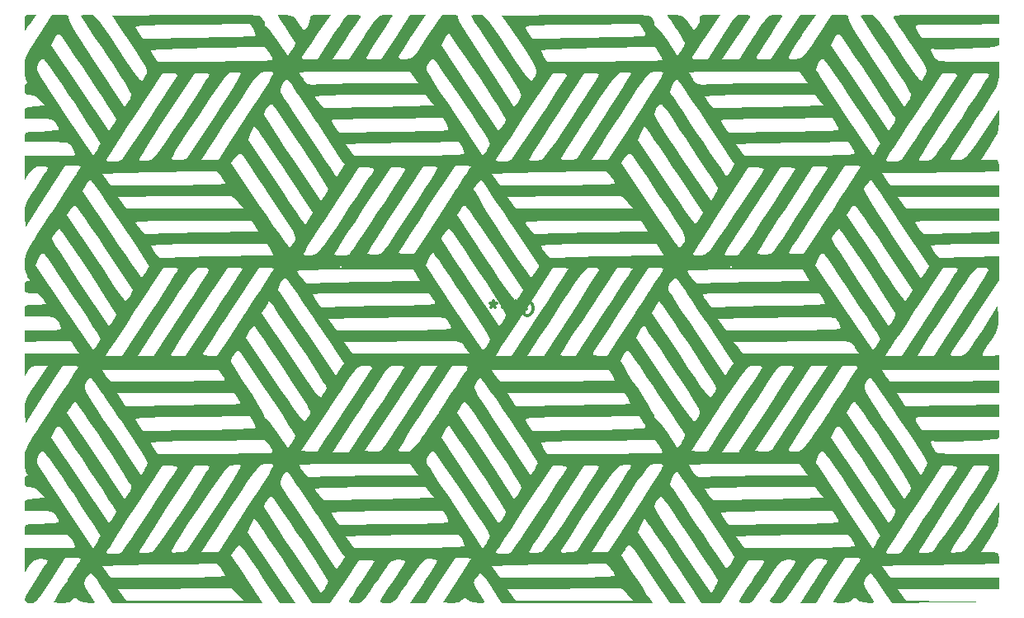
<source format=gbr>
%TF.GenerationSoftware,KiCad,Pcbnew,9.0.2-9.0.2-0~ubuntu24.04.1*%
%TF.CreationDate,2025-05-22T11:35:47-04:00*%
%TF.ProjectId,drone_sim_controler,64726f6e-655f-4736-996d-5f636f6e7472,rev?*%
%TF.SameCoordinates,Original*%
%TF.FileFunction,Legend,Bot*%
%TF.FilePolarity,Positive*%
%FSLAX46Y46*%
G04 Gerber Fmt 4.6, Leading zero omitted, Abs format (unit mm)*
G04 Created by KiCad (PCBNEW 9.0.2-9.0.2-0~ubuntu24.04.1) date 2025-05-22 11:35:47*
%MOMM*%
%LPD*%
G01*
G04 APERTURE LIST*
%ADD10C,0.300000*%
%ADD11C,0.000000*%
G04 APERTURE END LIST*
D10*
X98121427Y-139849757D02*
X98264285Y-139778328D01*
X98264285Y-139778328D02*
X98478570Y-139778328D01*
X98478570Y-139778328D02*
X98692856Y-139849757D01*
X98692856Y-139849757D02*
X98835713Y-139992614D01*
X98835713Y-139992614D02*
X98907142Y-140135471D01*
X98907142Y-140135471D02*
X98978570Y-140421185D01*
X98978570Y-140421185D02*
X98978570Y-140635471D01*
X98978570Y-140635471D02*
X98907142Y-140921185D01*
X98907142Y-140921185D02*
X98835713Y-141064042D01*
X98835713Y-141064042D02*
X98692856Y-141206900D01*
X98692856Y-141206900D02*
X98478570Y-141278328D01*
X98478570Y-141278328D02*
X98335713Y-141278328D01*
X98335713Y-141278328D02*
X98121427Y-141206900D01*
X98121427Y-141206900D02*
X98049999Y-141135471D01*
X98049999Y-141135471D02*
X98049999Y-140635471D01*
X98049999Y-140635471D02*
X98335713Y-140635471D01*
X97192856Y-139778328D02*
X97192856Y-140135471D01*
X97549999Y-139992614D02*
X97192856Y-140135471D01*
X97192856Y-140135471D02*
X96835713Y-139992614D01*
X97407142Y-140421185D02*
X97192856Y-140135471D01*
X97192856Y-140135471D02*
X96978570Y-140421185D01*
X96049999Y-139778328D02*
X96049999Y-140135471D01*
X96407142Y-139992614D02*
X96049999Y-140135471D01*
X96049999Y-140135471D02*
X95692856Y-139992614D01*
X96264285Y-140421185D02*
X96049999Y-140135471D01*
X96049999Y-140135471D02*
X95835713Y-140421185D01*
X94907142Y-139778328D02*
X94907142Y-140135471D01*
X95264285Y-139992614D02*
X94907142Y-140135471D01*
X94907142Y-140135471D02*
X94549999Y-139992614D01*
X95121428Y-140421185D02*
X94907142Y-140135471D01*
X94907142Y-140135471D02*
X94692856Y-140421185D01*
D11*
%TO.C,G\u002A\u002A\u002A*%
G36*
X47476260Y-111168254D02*
G01*
X47297101Y-111434813D01*
X47016243Y-111822287D01*
X46873422Y-111974603D01*
X46857029Y-111954207D01*
X46816304Y-111673469D01*
X46800000Y-111168254D01*
X46800967Y-110992866D01*
X46844499Y-110565283D01*
X47016321Y-110393487D01*
X47402837Y-110361905D01*
X48005675Y-110361905D01*
X47476260Y-111168254D01*
G37*
G36*
X51072841Y-110383809D02*
G01*
X51323669Y-110476380D01*
X51325199Y-110670786D01*
X51326941Y-110737809D01*
X51488133Y-111127439D01*
X51863850Y-111813126D01*
X52440663Y-112772240D01*
X53205141Y-113982151D01*
X54143855Y-115420230D01*
X57080105Y-119860793D01*
X57435605Y-119395079D01*
X57677103Y-119003224D01*
X57795552Y-118638394D01*
X57760973Y-118537967D01*
X57539956Y-118128635D01*
X57141736Y-117466595D01*
X56597927Y-116602597D01*
X55940144Y-115587392D01*
X55200000Y-114471730D01*
X54760537Y-113814960D01*
X54066341Y-112770054D01*
X53471840Y-111865860D01*
X53008384Y-111150520D01*
X52707320Y-110672176D01*
X52600000Y-110478971D01*
X52612222Y-110458017D01*
X52867658Y-110391437D01*
X53350000Y-110367325D01*
X53580274Y-110374315D01*
X53802529Y-110419809D01*
X54023364Y-110546182D01*
X54279743Y-110796033D01*
X54608631Y-111211961D01*
X55046993Y-111836563D01*
X55631794Y-112712441D01*
X56400000Y-113882191D01*
X57145668Y-115013830D01*
X57741892Y-115898525D01*
X58181032Y-116515944D01*
X58492984Y-116903032D01*
X58707642Y-117096735D01*
X58854901Y-117134000D01*
X58964654Y-117051771D01*
X59008399Y-116995456D01*
X59232042Y-116681710D01*
X59351816Y-116395083D01*
X59347693Y-116100622D01*
X88069842Y-116100622D01*
X88168379Y-116277421D01*
X88467306Y-116758380D01*
X88933063Y-117485108D01*
X89534230Y-118409053D01*
X90239381Y-119481664D01*
X91017096Y-120654392D01*
X93850527Y-124909190D01*
X94223946Y-124338325D01*
X94251019Y-124296520D01*
X94496936Y-123870276D01*
X94598682Y-123606090D01*
X94543107Y-123490016D01*
X94293871Y-123074948D01*
X93872292Y-122408100D01*
X93308938Y-121537061D01*
X92634381Y-120509418D01*
X91879190Y-119372757D01*
X91346796Y-118578124D01*
X90616637Y-117495594D01*
X89972710Y-116549384D01*
X89449078Y-115789179D01*
X89079801Y-115264662D01*
X88898940Y-115025520D01*
X88769079Y-114913748D01*
X88564641Y-114935640D01*
X88297760Y-115275948D01*
X88090637Y-115732180D01*
X88069842Y-116100622D01*
X59347693Y-116100622D01*
X59347343Y-116075627D01*
X59198250Y-115663393D01*
X58884161Y-115098432D01*
X58384700Y-114320796D01*
X58201506Y-114047966D01*
X59800512Y-114047966D01*
X59893635Y-114301990D01*
X60129148Y-114712580D01*
X60458297Y-115218911D01*
X66279148Y-115189278D01*
X66661428Y-115187138D01*
X68122011Y-115175256D01*
X69439248Y-115158817D01*
X70561808Y-115138862D01*
X71438360Y-115116431D01*
X72017574Y-115092565D01*
X72248119Y-115068303D01*
X72268162Y-115039448D01*
X72200007Y-114775189D01*
X71948119Y-114359580D01*
X71500000Y-113742200D01*
X65650512Y-113815941D01*
X65218606Y-113821816D01*
X63769505Y-113848099D01*
X62472817Y-113881563D01*
X61378058Y-113920246D01*
X60534744Y-113962184D01*
X59992390Y-114005411D01*
X59800512Y-114047966D01*
X58201506Y-114047966D01*
X57679494Y-113270538D01*
X56585526Y-111650737D01*
X58204447Y-111650737D01*
X58309470Y-111938512D01*
X58574549Y-112353093D01*
X58940203Y-112832376D01*
X64664988Y-112744622D01*
X64970688Y-112739766D01*
X66422238Y-112711898D01*
X67731132Y-112679051D01*
X68845907Y-112643072D01*
X69715097Y-112605808D01*
X70287239Y-112569107D01*
X70510867Y-112534814D01*
X70515913Y-112528858D01*
X70491130Y-112282195D01*
X70285194Y-111879326D01*
X69938427Y-111345892D01*
X64069213Y-111386778D01*
X64061983Y-111386828D01*
X62193883Y-111405485D01*
X60707159Y-111433164D01*
X59583331Y-111470697D01*
X58803922Y-111518916D01*
X58350453Y-111578652D01*
X58204447Y-111650737D01*
X56585526Y-111650737D01*
X55783159Y-110462699D01*
X63341579Y-110407649D01*
X64476188Y-110399478D01*
X66205289Y-110388377D01*
X67595807Y-110383275D01*
X68687056Y-110386030D01*
X69518355Y-110398501D01*
X70129020Y-110422545D01*
X70558368Y-110460022D01*
X70845716Y-110512790D01*
X71030381Y-110582708D01*
X71151679Y-110671633D01*
X71248927Y-110781425D01*
X71450029Y-111132187D01*
X71466862Y-111441237D01*
X71424650Y-111532391D01*
X71500639Y-111521666D01*
X71589775Y-111544779D01*
X71870810Y-111819712D01*
X72276607Y-112329003D01*
X72752617Y-113007896D01*
X73839825Y-114644682D01*
X74218594Y-114065595D01*
X74249445Y-114017861D01*
X74496591Y-113585472D01*
X74598682Y-113313022D01*
X74593074Y-113285109D01*
X74441545Y-112987531D01*
X74125081Y-112475714D01*
X73700000Y-111841856D01*
X73591943Y-111685395D01*
X73189048Y-111088911D01*
X72906530Y-110649522D01*
X72800000Y-110453041D01*
X72812190Y-110436750D01*
X73067593Y-110384933D01*
X73550000Y-110366209D01*
X73669160Y-110368396D01*
X74125340Y-110443096D01*
X74482065Y-110690816D01*
X74884220Y-111202355D01*
X75468440Y-112034197D01*
X75847472Y-111562397D01*
X76082452Y-111136432D01*
X76131976Y-110726251D01*
X76110968Y-110602697D01*
X76190504Y-110448117D01*
X76499610Y-110378256D01*
X77123197Y-110361905D01*
X78208946Y-110361905D01*
X76840526Y-112428175D01*
X76826404Y-112449500D01*
X76287905Y-113264964D01*
X75825497Y-113969372D01*
X75488003Y-114488077D01*
X75324249Y-114746429D01*
X75298235Y-114858226D01*
X75496679Y-114962393D01*
X76038196Y-114986484D01*
X76900000Y-114974556D01*
X78372603Y-112668230D01*
X78614584Y-112289526D01*
X79139839Y-111479284D01*
X79520215Y-110935430D01*
X79807785Y-110604864D01*
X80054625Y-110434487D01*
X80312807Y-110371201D01*
X80634407Y-110361905D01*
X80924668Y-110369865D01*
X81261475Y-110444647D01*
X81275750Y-110613889D01*
X81274152Y-110616597D01*
X81105422Y-110882424D01*
X80764183Y-111406723D01*
X80299258Y-112114846D01*
X79759473Y-112932143D01*
X78391053Y-114998413D01*
X79271810Y-114998413D01*
X80152566Y-114998413D01*
X81625903Y-112680159D01*
X81816934Y-112379807D01*
X82357235Y-111541505D01*
X82748870Y-110974947D01*
X83042884Y-110626922D01*
X83290318Y-110444215D01*
X83542215Y-110373614D01*
X83849620Y-110361905D01*
X83984581Y-110363676D01*
X84423123Y-110400640D01*
X84600000Y-110470432D01*
X84540738Y-110593527D01*
X84298768Y-110995608D01*
X83913380Y-111600981D01*
X83431289Y-112335114D01*
X83087011Y-112856445D01*
X82608350Y-113595102D01*
X82234023Y-114189428D01*
X82024253Y-114544842D01*
X81958706Y-114673628D01*
X81904035Y-114895765D01*
X82090882Y-114983176D01*
X82598431Y-114998413D01*
X83410935Y-114998413D01*
X84904228Y-112680159D01*
X86397521Y-110361905D01*
X87203234Y-110361905D01*
X88008946Y-110361905D01*
X86604473Y-112471852D01*
X86552612Y-112549912D01*
X86025414Y-113361504D01*
X85595548Y-114055046D01*
X85306061Y-114559112D01*
X85200000Y-114802275D01*
X85204372Y-114828846D01*
X85434113Y-114949940D01*
X85943972Y-114960185D01*
X85946494Y-114959972D01*
X86258209Y-114916089D01*
X86524164Y-114807420D01*
X86796950Y-114579209D01*
X87129155Y-114176700D01*
X87573370Y-113545136D01*
X87599254Y-113506219D01*
X89552360Y-113506219D01*
X92509563Y-117911726D01*
X95466766Y-122317232D01*
X95833383Y-121860887D01*
X96083004Y-121484352D01*
X96200000Y-121160082D01*
X96128705Y-120998781D01*
X95860543Y-120536006D01*
X95421591Y-119826666D01*
X94842023Y-118918544D01*
X94152015Y-117859427D01*
X93381740Y-116697097D01*
X92749628Y-115752523D01*
X92027794Y-114678098D01*
X91401762Y-113750936D01*
X90903305Y-113017915D01*
X90564197Y-112525913D01*
X90416212Y-112321809D01*
X90379727Y-112304041D01*
X90172296Y-112445242D01*
X89910651Y-112835633D01*
X89552360Y-113506219D01*
X87599254Y-113506219D01*
X88182184Y-112629762D01*
X89676424Y-110361905D01*
X90559610Y-110361905D01*
X91072071Y-110383541D01*
X91323589Y-110476045D01*
X91325199Y-110670786D01*
X91326941Y-110737809D01*
X91488133Y-111127439D01*
X91863850Y-111813126D01*
X92440663Y-112772240D01*
X93205141Y-113982151D01*
X94143855Y-115420230D01*
X97080105Y-119860793D01*
X97435605Y-119395079D01*
X97677103Y-119003224D01*
X97795552Y-118638394D01*
X97760973Y-118537967D01*
X97539956Y-118128635D01*
X97141736Y-117466595D01*
X96597927Y-116602597D01*
X95940144Y-115587392D01*
X95200000Y-114471730D01*
X94760537Y-113814960D01*
X94066341Y-112770054D01*
X93471840Y-111865860D01*
X93008384Y-111150520D01*
X92707320Y-110672176D01*
X92600000Y-110478971D01*
X92612222Y-110458017D01*
X92867658Y-110391437D01*
X93350000Y-110367325D01*
X93580274Y-110374315D01*
X93802529Y-110419809D01*
X94023364Y-110546182D01*
X94279743Y-110796033D01*
X94608631Y-111211961D01*
X95046993Y-111836563D01*
X95631794Y-112712441D01*
X96400000Y-113882191D01*
X97145668Y-115013830D01*
X97741892Y-115898525D01*
X98181032Y-116515944D01*
X98492984Y-116903032D01*
X98707642Y-117096735D01*
X98854901Y-117134000D01*
X98964654Y-117051771D01*
X99008399Y-116995456D01*
X99232042Y-116681710D01*
X99351816Y-116395083D01*
X99347693Y-116100622D01*
X128069842Y-116100622D01*
X128168379Y-116277421D01*
X128467306Y-116758380D01*
X128933063Y-117485108D01*
X129534230Y-118409053D01*
X130239381Y-119481664D01*
X131017096Y-120654392D01*
X133850527Y-124909190D01*
X134223946Y-124338325D01*
X134250658Y-124297071D01*
X134496819Y-123869084D01*
X134598682Y-123601608D01*
X134543533Y-123485447D01*
X134294715Y-123070073D01*
X133873376Y-122403006D01*
X133310122Y-121531909D01*
X132635560Y-120504444D01*
X131880295Y-119368275D01*
X131349865Y-118577143D01*
X130619410Y-117495044D01*
X129975092Y-116549130D01*
X129451019Y-115789102D01*
X129081301Y-115264665D01*
X128900046Y-115025520D01*
X128769353Y-114913482D01*
X128564657Y-114935571D01*
X128297760Y-115275948D01*
X128090637Y-115732180D01*
X128069842Y-116100622D01*
X99347693Y-116100622D01*
X99347343Y-116075627D01*
X99198250Y-115663393D01*
X98884161Y-115098432D01*
X98384700Y-114320796D01*
X98201506Y-114047966D01*
X99800512Y-114047966D01*
X99893635Y-114301990D01*
X100129148Y-114712580D01*
X100458297Y-115218911D01*
X106279148Y-115189278D01*
X106661428Y-115187138D01*
X108122011Y-115175256D01*
X109439248Y-115158817D01*
X110561808Y-115138862D01*
X111438360Y-115116431D01*
X112017574Y-115092565D01*
X112248119Y-115068303D01*
X112268162Y-115039448D01*
X112200007Y-114775189D01*
X111948119Y-114359580D01*
X111500000Y-113742200D01*
X105650512Y-113815941D01*
X105218606Y-113821816D01*
X103769505Y-113848099D01*
X102472817Y-113881563D01*
X101378058Y-113920246D01*
X100534744Y-113962184D01*
X99992390Y-114005411D01*
X99800512Y-114047966D01*
X98201506Y-114047966D01*
X97679494Y-113270538D01*
X96585526Y-111650737D01*
X98204447Y-111650737D01*
X98309470Y-111938512D01*
X98574549Y-112353093D01*
X98940203Y-112832376D01*
X104664988Y-112744622D01*
X104970688Y-112739766D01*
X106422238Y-112711898D01*
X107731132Y-112679051D01*
X108845907Y-112643072D01*
X109715097Y-112605808D01*
X110287239Y-112569107D01*
X110510867Y-112534814D01*
X110515913Y-112528858D01*
X110491130Y-112282195D01*
X110285194Y-111879326D01*
X109938427Y-111345892D01*
X104069213Y-111386778D01*
X104061983Y-111386828D01*
X102193883Y-111405485D01*
X100707159Y-111433164D01*
X99583331Y-111470697D01*
X98803922Y-111518916D01*
X98350453Y-111578652D01*
X98204447Y-111650737D01*
X96585526Y-111650737D01*
X95783159Y-110462699D01*
X103341579Y-110407649D01*
X104476188Y-110399478D01*
X106205289Y-110388377D01*
X107595807Y-110383275D01*
X108687056Y-110386030D01*
X109518355Y-110398501D01*
X110129020Y-110422545D01*
X110558368Y-110460022D01*
X110845716Y-110512790D01*
X111030381Y-110582708D01*
X111151679Y-110671633D01*
X111248927Y-110781425D01*
X111450029Y-111132187D01*
X111466862Y-111441237D01*
X111424650Y-111532391D01*
X111500639Y-111521666D01*
X111589775Y-111544779D01*
X111870810Y-111819712D01*
X112276607Y-112329003D01*
X112752617Y-113007896D01*
X113839825Y-114644682D01*
X114218594Y-114065595D01*
X114249445Y-114017861D01*
X114496591Y-113585472D01*
X114598682Y-113313022D01*
X114593074Y-113285109D01*
X114441545Y-112987531D01*
X114125081Y-112475714D01*
X113699999Y-111841856D01*
X113591943Y-111685395D01*
X113189048Y-111088911D01*
X112906530Y-110649522D01*
X112800000Y-110453041D01*
X112812190Y-110436750D01*
X113067593Y-110384933D01*
X113550000Y-110366209D01*
X113669160Y-110368396D01*
X114125340Y-110443096D01*
X114482065Y-110690816D01*
X114884220Y-111202355D01*
X115468440Y-112034197D01*
X115847472Y-111562397D01*
X116082452Y-111136432D01*
X116131976Y-110726251D01*
X116110968Y-110602697D01*
X116190504Y-110448117D01*
X116499610Y-110378256D01*
X117123197Y-110361905D01*
X118208946Y-110361905D01*
X116840526Y-112428175D01*
X116826404Y-112449500D01*
X116287905Y-113264964D01*
X115825497Y-113969372D01*
X115488003Y-114488077D01*
X115324249Y-114746429D01*
X115298235Y-114858226D01*
X115496679Y-114962393D01*
X116038196Y-114986484D01*
X116900000Y-114974556D01*
X118372603Y-112668230D01*
X118614584Y-112289526D01*
X119139839Y-111479284D01*
X119520215Y-110935430D01*
X119807785Y-110604864D01*
X120054625Y-110434487D01*
X120312807Y-110371201D01*
X120634407Y-110361905D01*
X120924668Y-110369865D01*
X121261475Y-110444647D01*
X121275750Y-110613889D01*
X121274152Y-110616597D01*
X121105422Y-110882424D01*
X120764183Y-111406723D01*
X120299258Y-112114846D01*
X119759473Y-112932143D01*
X118391053Y-114998413D01*
X119271810Y-114998413D01*
X120152566Y-114998413D01*
X121625903Y-112680159D01*
X121816934Y-112379807D01*
X122357235Y-111541505D01*
X122748870Y-110974947D01*
X123042884Y-110626922D01*
X123290318Y-110444215D01*
X123542215Y-110373614D01*
X123849620Y-110361905D01*
X123984581Y-110363676D01*
X124423123Y-110400640D01*
X124600000Y-110470432D01*
X124540738Y-110593527D01*
X124298768Y-110995608D01*
X123913380Y-111600981D01*
X123431289Y-112335114D01*
X123087011Y-112856445D01*
X122608350Y-113595102D01*
X122234023Y-114189428D01*
X122024253Y-114544842D01*
X121958706Y-114673628D01*
X121904035Y-114895765D01*
X122090882Y-114983176D01*
X122598431Y-114998413D01*
X123410935Y-114998413D01*
X124904228Y-112680159D01*
X126397521Y-110361905D01*
X127203234Y-110361905D01*
X128008946Y-110361905D01*
X126604473Y-112471852D01*
X126552612Y-112549912D01*
X126025414Y-113361504D01*
X125595548Y-114055046D01*
X125306061Y-114559112D01*
X125199999Y-114802275D01*
X125204372Y-114828846D01*
X125434113Y-114949940D01*
X125943972Y-114960185D01*
X125946494Y-114959972D01*
X126258209Y-114916089D01*
X126524164Y-114807420D01*
X126796950Y-114579209D01*
X127129155Y-114176700D01*
X127573370Y-113545136D01*
X127599254Y-113506219D01*
X129552360Y-113506219D01*
X132509563Y-117911726D01*
X135466766Y-122317232D01*
X135833383Y-121860887D01*
X136083004Y-121484352D01*
X136200000Y-121160082D01*
X136128705Y-120998781D01*
X135860543Y-120536006D01*
X135421591Y-119826666D01*
X134842023Y-118918544D01*
X134152015Y-117859427D01*
X133381740Y-116697097D01*
X132749628Y-115752523D01*
X132027794Y-114678098D01*
X131401762Y-113750936D01*
X130903305Y-113017915D01*
X130564197Y-112525913D01*
X130416212Y-112321809D01*
X130379727Y-112304041D01*
X130172296Y-112445242D01*
X129910651Y-112835633D01*
X129552360Y-113506219D01*
X127599254Y-113506219D01*
X128182184Y-112629762D01*
X129676424Y-110361905D01*
X130559610Y-110361905D01*
X131072071Y-110383541D01*
X131323589Y-110476045D01*
X131325199Y-110670786D01*
X131326941Y-110737809D01*
X131488133Y-111127439D01*
X131863850Y-111813126D01*
X132440663Y-112772240D01*
X133205141Y-113982151D01*
X134143855Y-115420230D01*
X137080105Y-119860793D01*
X137435605Y-119395079D01*
X137677103Y-119003224D01*
X137795552Y-118638394D01*
X137760973Y-118537967D01*
X137539956Y-118128635D01*
X137141736Y-117466595D01*
X136597927Y-116602597D01*
X135940144Y-115587392D01*
X135200000Y-114471730D01*
X134760537Y-113814960D01*
X134066341Y-112770054D01*
X133471840Y-111865860D01*
X133008384Y-111150520D01*
X132707320Y-110672176D01*
X132600000Y-110478971D01*
X132612222Y-110458017D01*
X132867658Y-110391437D01*
X133350000Y-110367325D01*
X133580274Y-110374315D01*
X133802529Y-110419809D01*
X134023364Y-110546182D01*
X134279743Y-110796033D01*
X134608631Y-111211961D01*
X135046993Y-111836563D01*
X135631794Y-112712441D01*
X136400000Y-113882191D01*
X137145668Y-115013830D01*
X137741892Y-115898525D01*
X138181032Y-116515944D01*
X138492984Y-116903032D01*
X138707642Y-117096735D01*
X138854901Y-117134000D01*
X138964654Y-117051771D01*
X139162253Y-116788969D01*
X139330670Y-116486054D01*
X139372998Y-116176378D01*
X139268901Y-115795008D01*
X138998043Y-115277009D01*
X138540090Y-114557448D01*
X137874707Y-113571392D01*
X137598194Y-113163874D01*
X137011670Y-112293289D01*
X136516009Y-111549269D01*
X136156628Y-111000254D01*
X135978944Y-110714683D01*
X135951131Y-110654308D01*
X135954799Y-110562977D01*
X136064092Y-110492881D01*
X136321065Y-110441228D01*
X136767769Y-110405227D01*
X137446258Y-110382086D01*
X138398585Y-110369013D01*
X139666802Y-110363217D01*
X141292963Y-110361905D01*
X146800000Y-110361905D01*
X146800000Y-110865873D01*
X146800000Y-111369842D01*
X143150000Y-111404729D01*
X142094972Y-111414047D01*
X140958317Y-111422315D01*
X139986307Y-111427501D01*
X139257387Y-111429200D01*
X138850000Y-111427004D01*
X138626928Y-111429302D01*
X138279130Y-111521604D01*
X138252137Y-111786480D01*
X138523001Y-112284077D01*
X138846003Y-112780953D01*
X142823001Y-112780953D01*
X146800000Y-112780953D01*
X146800000Y-113257971D01*
X146799999Y-113262132D01*
X146789668Y-113437482D01*
X146720820Y-113565901D01*
X146536603Y-113658137D01*
X146180167Y-113724942D01*
X145594663Y-113777065D01*
X144723240Y-113825256D01*
X143509046Y-113880266D01*
X142735793Y-113910546D01*
X141705426Y-113937834D01*
X140859804Y-113944597D01*
X140270490Y-113930528D01*
X140009046Y-113895318D01*
X139928686Y-113856057D01*
X139808483Y-113931607D01*
X139877225Y-114242104D01*
X140123001Y-114703125D01*
X140235843Y-114865903D01*
X140386080Y-115005784D01*
X140616839Y-115099891D01*
X140992014Y-115157295D01*
X141575503Y-115187067D01*
X142431200Y-115198279D01*
X143623001Y-115200000D01*
X146800000Y-115200000D01*
X146796753Y-116359127D01*
X146796577Y-116410578D01*
X146787341Y-116784464D01*
X146745182Y-117120443D01*
X146643240Y-117471944D01*
X146454658Y-117892397D01*
X146152577Y-118435231D01*
X145710138Y-119153873D01*
X145100483Y-120101754D01*
X144296753Y-121332301D01*
X143917283Y-121913399D01*
X143238275Y-122960833D01*
X142655837Y-123869265D01*
X142201175Y-124589498D01*
X141905494Y-125072336D01*
X141800000Y-125268580D01*
X141823560Y-125295502D01*
X142108346Y-125334623D01*
X142612518Y-125312712D01*
X142812124Y-125290649D01*
X143092944Y-125226098D01*
X143349479Y-125082432D01*
X143630715Y-124808217D01*
X143985641Y-124352020D01*
X144463246Y-123662408D01*
X145112518Y-122687948D01*
X146800000Y-120141286D01*
X146800000Y-121297153D01*
X146799146Y-121447252D01*
X146760618Y-122040535D01*
X146629958Y-122550486D01*
X146359433Y-123113555D01*
X145901311Y-123866192D01*
X145002622Y-125279365D01*
X145901311Y-125279365D01*
X146238742Y-125282745D01*
X146622971Y-125335962D01*
X146773847Y-125512056D01*
X146800000Y-125884127D01*
X146800000Y-126488889D01*
X143950000Y-126534603D01*
X143712432Y-126538473D01*
X142588127Y-126558269D01*
X141539145Y-126578938D01*
X140673699Y-126598249D01*
X140100000Y-126613971D01*
X139746058Y-126623938D01*
X138935932Y-126640864D01*
X137952692Y-126656715D01*
X136936381Y-126669051D01*
X134772762Y-126690476D01*
X135199999Y-127295238D01*
X135627237Y-127900000D01*
X141213618Y-127900000D01*
X146800000Y-127900000D01*
X146800000Y-128504762D01*
X146800000Y-129109524D01*
X141586381Y-129109524D01*
X136372762Y-129109524D01*
X136800000Y-129714286D01*
X137227237Y-130319048D01*
X142013618Y-130319048D01*
X146800000Y-130319048D01*
X146800000Y-130923810D01*
X146800000Y-131528572D01*
X142500000Y-131528572D01*
X141996809Y-131529768D01*
X140783941Y-131543147D01*
X139740082Y-131569499D01*
X138922976Y-131606482D01*
X138390368Y-131651754D01*
X138200000Y-131702973D01*
X138200392Y-131711170D01*
X138325035Y-131988885D01*
X138605289Y-132396707D01*
X139010579Y-132916039D01*
X142905289Y-132795651D01*
X146800000Y-132675264D01*
X146800000Y-133311442D01*
X146800000Y-133947619D01*
X143300000Y-133947619D01*
X142317124Y-133954663D01*
X141311884Y-133978697D01*
X140514616Y-134016727D01*
X139989321Y-134065565D01*
X139800000Y-134122021D01*
X139802330Y-134143034D01*
X139943505Y-134434946D01*
X140236106Y-134855242D01*
X140672213Y-135414062D01*
X143736106Y-135291934D01*
X146800000Y-135169806D01*
X146800000Y-136407272D01*
X146800000Y-137644738D01*
X144300000Y-141445855D01*
X143921623Y-142022258D01*
X143241271Y-143064644D01*
X142657645Y-143966631D01*
X142202034Y-144679453D01*
X141905723Y-145154343D01*
X141800000Y-145342534D01*
X141817212Y-145362454D01*
X142087719Y-145416431D01*
X142582388Y-145438095D01*
X142814891Y-145434582D01*
X143073982Y-145393472D01*
X143313547Y-145264958D01*
X143581378Y-144999101D01*
X143925268Y-144545964D01*
X144393007Y-143855609D01*
X145032388Y-142878100D01*
X146700000Y-140318104D01*
X146759874Y-141463393D01*
X146770564Y-142113952D01*
X146687914Y-142610623D01*
X146462416Y-143110003D01*
X146044703Y-143771405D01*
X145579264Y-144468625D01*
X145243238Y-144998104D01*
X145110866Y-145297986D01*
X145176031Y-145427126D01*
X145432614Y-145444376D01*
X145874496Y-145408589D01*
X146800000Y-145334397D01*
X146800000Y-146091802D01*
X146800000Y-146849207D01*
X140788692Y-146849207D01*
X134777385Y-146849207D01*
X135131814Y-147453969D01*
X135167461Y-147513205D01*
X135461087Y-147907088D01*
X135693121Y-148079343D01*
X135695681Y-148079564D01*
X135957982Y-148083536D01*
X136564210Y-148084549D01*
X137460445Y-148082763D01*
X138592767Y-148078344D01*
X139907259Y-148071453D01*
X141350000Y-148062253D01*
X146799999Y-148024551D01*
X146800000Y-148646402D01*
X146800000Y-149268254D01*
X141580359Y-149268254D01*
X136360719Y-149268254D01*
X136773037Y-149923413D01*
X137185356Y-150578572D01*
X141992678Y-150500496D01*
X146799999Y-150422420D01*
X146800000Y-151054861D01*
X146800000Y-151687302D01*
X143150000Y-151722189D01*
X142094972Y-151731508D01*
X140958317Y-151739775D01*
X139986307Y-151744961D01*
X139257387Y-151746660D01*
X138850000Y-151744464D01*
X138626928Y-151746762D01*
X138279130Y-151839064D01*
X138252137Y-152103941D01*
X138523001Y-152601537D01*
X138846003Y-153098413D01*
X142823001Y-153098413D01*
X146800000Y-153098413D01*
X146800000Y-153575431D01*
X146799999Y-153579592D01*
X146789668Y-153754943D01*
X146720820Y-153883361D01*
X146536603Y-153975598D01*
X146180167Y-154042403D01*
X145594663Y-154094526D01*
X144723240Y-154142717D01*
X143509046Y-154197726D01*
X142735793Y-154228006D01*
X141705426Y-154255294D01*
X140859804Y-154262057D01*
X140270490Y-154247988D01*
X140009046Y-154212779D01*
X139928686Y-154173517D01*
X139808483Y-154249067D01*
X139877225Y-154559565D01*
X140123001Y-155020585D01*
X140235843Y-155183363D01*
X140386080Y-155323244D01*
X140616839Y-155417351D01*
X140992014Y-155474755D01*
X141575503Y-155504528D01*
X142431200Y-155515739D01*
X143623001Y-155517461D01*
X146800000Y-155517461D01*
X146796753Y-156676588D01*
X146796577Y-156728038D01*
X146787341Y-157101924D01*
X146745182Y-157437903D01*
X146643240Y-157789405D01*
X146454658Y-158209858D01*
X146152577Y-158752691D01*
X145710138Y-159471333D01*
X145100483Y-160419214D01*
X144296753Y-161649761D01*
X143917283Y-162230859D01*
X143238275Y-163278293D01*
X142655837Y-164186725D01*
X142201175Y-164906959D01*
X141905494Y-165389796D01*
X141800000Y-165586041D01*
X141823560Y-165612962D01*
X142108346Y-165652083D01*
X142612518Y-165630172D01*
X142812124Y-165608110D01*
X143092944Y-165543559D01*
X143349479Y-165399892D01*
X143630715Y-165125677D01*
X143985641Y-164669480D01*
X144463246Y-163979869D01*
X145112518Y-163005409D01*
X146800000Y-160458746D01*
X146800000Y-161614613D01*
X146799146Y-161764712D01*
X146760618Y-162357995D01*
X146629958Y-162867946D01*
X146359433Y-163431015D01*
X145901311Y-164183653D01*
X145002622Y-165596826D01*
X145901311Y-165596826D01*
X146238742Y-165600205D01*
X146622971Y-165653422D01*
X146773847Y-165829516D01*
X146800000Y-166201588D01*
X146800000Y-166806349D01*
X143950000Y-166852063D01*
X143712432Y-166855933D01*
X142588127Y-166875730D01*
X141539145Y-166896398D01*
X140673699Y-166915709D01*
X140100000Y-166931431D01*
X139746058Y-166941398D01*
X138935932Y-166958325D01*
X137952692Y-166974175D01*
X136936381Y-166986511D01*
X134772762Y-167007937D01*
X135200000Y-167612699D01*
X135627237Y-168217461D01*
X141213618Y-168217461D01*
X146800000Y-168217461D01*
X146800000Y-168822222D01*
X146800000Y-169426984D01*
X141586381Y-169426984D01*
X136372762Y-169426984D01*
X136797486Y-170028188D01*
X137222209Y-170629391D01*
X142061104Y-170687102D01*
X146900000Y-170744813D01*
X141353491Y-170791454D01*
X135806983Y-170838095D01*
X134735228Y-169224574D01*
X134246225Y-168500014D01*
X133907587Y-168046154D01*
X133682038Y-167837458D01*
X133517565Y-167826200D01*
X133362157Y-167964653D01*
X133083890Y-168321911D01*
X132930159Y-168712906D01*
X133031215Y-169129956D01*
X133389235Y-169713595D01*
X133627399Y-170071648D01*
X133895629Y-170506300D01*
X134000000Y-170723226D01*
X133882649Y-170831574D01*
X133510730Y-170861590D01*
X133022481Y-170800692D01*
X132561665Y-170668669D01*
X132272048Y-170485318D01*
X132146219Y-170329974D01*
X131958908Y-170242464D01*
X131727951Y-170485318D01*
X131371790Y-170730811D01*
X130627951Y-170838095D01*
X130424386Y-170835408D01*
X129978021Y-170804713D01*
X129799999Y-170750771D01*
X129801671Y-170743951D01*
X129930329Y-170515839D01*
X130234233Y-170027180D01*
X130671438Y-169344391D01*
X131199999Y-168533892D01*
X131267445Y-168431182D01*
X131787424Y-167630942D01*
X132210849Y-166964863D01*
X132495710Y-166499889D01*
X132599999Y-166302962D01*
X132579520Y-166280212D01*
X132300417Y-166224063D01*
X131798760Y-166201588D01*
X130997521Y-166201588D01*
X129504228Y-168519842D01*
X128010935Y-170838095D01*
X127200994Y-170838095D01*
X126391053Y-170838095D01*
X127795526Y-168728149D01*
X127851931Y-168643279D01*
X128377533Y-167838865D01*
X128805935Y-167159491D01*
X129094352Y-166674464D01*
X129200000Y-166453092D01*
X129190790Y-166426901D01*
X128946053Y-166328012D01*
X128472415Y-166287982D01*
X128418188Y-166288165D01*
X128127899Y-166309340D01*
X127877800Y-166403148D01*
X127616005Y-166622506D01*
X127290624Y-167020330D01*
X126849770Y-167649535D01*
X126241554Y-168563039D01*
X126034125Y-168876743D01*
X125485313Y-169695775D01*
X125088170Y-170247637D01*
X124789748Y-170585065D01*
X124537100Y-170760794D01*
X124277278Y-170827559D01*
X123957335Y-170838095D01*
X123676851Y-170830535D01*
X123338554Y-170755997D01*
X123323956Y-170586111D01*
X123412056Y-170444434D01*
X123695463Y-170003789D01*
X124109780Y-169367612D01*
X124600000Y-168620635D01*
X124925506Y-168125237D01*
X125372465Y-167440909D01*
X125707647Y-166922640D01*
X125876043Y-166655159D01*
X125905401Y-166555911D01*
X125731780Y-166438229D01*
X125212651Y-166403175D01*
X125109184Y-166403375D01*
X124798990Y-166421984D01*
X124541968Y-166509245D01*
X124283380Y-166718702D01*
X123968489Y-167103900D01*
X123542557Y-167718384D01*
X122950848Y-168615699D01*
X122852381Y-168765806D01*
X122286034Y-169620084D01*
X121876981Y-170198617D01*
X121571447Y-170555297D01*
X121315656Y-170744019D01*
X121055831Y-170818675D01*
X120738196Y-170833159D01*
X120473796Y-170827939D01*
X120137621Y-170756390D01*
X120125543Y-170586111D01*
X120213013Y-170445595D01*
X120495154Y-170005149D01*
X120907371Y-169368481D01*
X121394745Y-168620635D01*
X121716130Y-168128330D01*
X122162263Y-167442627D01*
X122498344Y-166923208D01*
X122669201Y-166655159D01*
X122698125Y-166541140D01*
X122501589Y-166436224D01*
X121961803Y-166408111D01*
X121100000Y-166413048D01*
X119649151Y-168625572D01*
X118198303Y-170838095D01*
X117235046Y-170838095D01*
X116271789Y-170838095D01*
X113701326Y-166957540D01*
X113311874Y-166370381D01*
X112581488Y-165273504D01*
X111925473Y-164293771D01*
X111380607Y-163485829D01*
X110983665Y-162904325D01*
X110771424Y-162603907D01*
X110411986Y-162130829D01*
X110073920Y-162845386D01*
X109735855Y-163559943D01*
X112176469Y-167199019D01*
X114617083Y-170838095D01*
X113815468Y-170838095D01*
X113013853Y-170838095D01*
X111256926Y-168191829D01*
X110799569Y-167502012D01*
X110129616Y-166492994D01*
X109634176Y-165763108D01*
X109279647Y-165278185D01*
X109032427Y-165004058D01*
X108858912Y-164906557D01*
X108725501Y-164951515D01*
X108598591Y-165104764D01*
X108444579Y-165332135D01*
X108020241Y-165932793D01*
X109276186Y-167831079D01*
X109703784Y-168478180D01*
X110216662Y-169256466D01*
X110632643Y-169890076D01*
X110889067Y-170283730D01*
X111246003Y-170838095D01*
X103526493Y-170838095D01*
X95806983Y-170838095D01*
X94873872Y-169433302D01*
X96377225Y-169433302D01*
X96802231Y-170034905D01*
X97227237Y-170636508D01*
X103239250Y-170636508D01*
X109251263Y-170636508D01*
X108763308Y-169998744D01*
X108666990Y-169879185D01*
X108285826Y-169503620D01*
X107987676Y-169343585D01*
X107972040Y-169342943D01*
X107649557Y-169340846D01*
X106988787Y-169342478D01*
X106043518Y-169347511D01*
X104867541Y-169355618D01*
X103514642Y-169366472D01*
X102038612Y-169379746D01*
X96377225Y-169433302D01*
X94873872Y-169433302D01*
X94735228Y-169224574D01*
X94246225Y-168500014D01*
X93907587Y-168046154D01*
X93682038Y-167837458D01*
X93517565Y-167826200D01*
X93362157Y-167964653D01*
X93083890Y-168321911D01*
X92930159Y-168712906D01*
X93031215Y-169129956D01*
X93389235Y-169713595D01*
X93627399Y-170071648D01*
X93895629Y-170506300D01*
X93999999Y-170723226D01*
X93882649Y-170831574D01*
X93510730Y-170861590D01*
X93022481Y-170800692D01*
X92561665Y-170668669D01*
X92272048Y-170485318D01*
X92146219Y-170329974D01*
X91958908Y-170242464D01*
X91727951Y-170485318D01*
X91371790Y-170730811D01*
X90627951Y-170838095D01*
X90424386Y-170835408D01*
X89978021Y-170804713D01*
X89800000Y-170750771D01*
X89801671Y-170743951D01*
X89930329Y-170515839D01*
X90234233Y-170027180D01*
X90671438Y-169344391D01*
X91200000Y-168533892D01*
X91267445Y-168431182D01*
X91787424Y-167630942D01*
X92174682Y-167021756D01*
X94782524Y-167021756D01*
X95204881Y-167619608D01*
X95627237Y-168217461D01*
X101513618Y-168217461D01*
X101976910Y-168216922D01*
X103428322Y-168207933D01*
X104726514Y-168188999D01*
X105822133Y-168161582D01*
X106665822Y-168127145D01*
X107208229Y-168087150D01*
X107400000Y-168043059D01*
X107398204Y-168024806D01*
X107260441Y-167735860D01*
X106970410Y-167318189D01*
X106540821Y-166767721D01*
X102820410Y-166837432D01*
X101899927Y-166855139D01*
X100482623Y-166883891D01*
X99103311Y-166913431D01*
X97882641Y-166941153D01*
X96941262Y-166964449D01*
X94782524Y-167021756D01*
X92174682Y-167021756D01*
X92210849Y-166964863D01*
X92495710Y-166499889D01*
X92600000Y-166302962D01*
X92579520Y-166280212D01*
X92300417Y-166224063D01*
X91798760Y-166201588D01*
X90997521Y-166201588D01*
X89504228Y-168519842D01*
X88010935Y-170838095D01*
X87200994Y-170838095D01*
X86391053Y-170838095D01*
X87795526Y-168728149D01*
X87851931Y-168643279D01*
X88377533Y-167838865D01*
X88805935Y-167159491D01*
X89094352Y-166674464D01*
X89200000Y-166453092D01*
X89190790Y-166426901D01*
X88946053Y-166328012D01*
X88472415Y-166287982D01*
X88418188Y-166288165D01*
X88127899Y-166309340D01*
X87877800Y-166403148D01*
X87616005Y-166622506D01*
X87290624Y-167020330D01*
X86849770Y-167649535D01*
X86241554Y-168563039D01*
X86034125Y-168876743D01*
X85485313Y-169695775D01*
X85088170Y-170247637D01*
X84789748Y-170585065D01*
X84537100Y-170760794D01*
X84277278Y-170827559D01*
X83957335Y-170838095D01*
X83676851Y-170830535D01*
X83338554Y-170755997D01*
X83323956Y-170586111D01*
X83412056Y-170444434D01*
X83695463Y-170003789D01*
X84109780Y-169367612D01*
X84600000Y-168620635D01*
X84925506Y-168125237D01*
X85372465Y-167440909D01*
X85707647Y-166922640D01*
X85876043Y-166655159D01*
X85905401Y-166555911D01*
X85731780Y-166438229D01*
X85212651Y-166403175D01*
X85109184Y-166403375D01*
X84798990Y-166421984D01*
X84541968Y-166509245D01*
X84283380Y-166718702D01*
X83968489Y-167103900D01*
X83542557Y-167718384D01*
X82950848Y-168615699D01*
X82852381Y-168765806D01*
X82286034Y-169620084D01*
X81876981Y-170198617D01*
X81571447Y-170555297D01*
X81315656Y-170744019D01*
X81055831Y-170818675D01*
X80738196Y-170833159D01*
X80473796Y-170827939D01*
X80137621Y-170756390D01*
X80125543Y-170586111D01*
X80213013Y-170445595D01*
X80495154Y-170005149D01*
X80907371Y-169368481D01*
X81394745Y-168620635D01*
X81716130Y-168128330D01*
X82162263Y-167442627D01*
X82498344Y-166923208D01*
X82669201Y-166655159D01*
X82698125Y-166541140D01*
X82501589Y-166436224D01*
X81961803Y-166408111D01*
X81100000Y-166413048D01*
X79649151Y-168625572D01*
X78198303Y-170838095D01*
X77235046Y-170838095D01*
X76271789Y-170838095D01*
X73701326Y-166957540D01*
X73311874Y-166370381D01*
X72581488Y-165273504D01*
X71925473Y-164293771D01*
X71380607Y-163485829D01*
X70983665Y-162904325D01*
X70771424Y-162603907D01*
X70411986Y-162130829D01*
X70073920Y-162845386D01*
X69735855Y-163559943D01*
X72176469Y-167199019D01*
X74617083Y-170838095D01*
X73815468Y-170838095D01*
X73013853Y-170838095D01*
X71256926Y-168191829D01*
X70799569Y-167502012D01*
X70129616Y-166492994D01*
X69634176Y-165763108D01*
X69279647Y-165278185D01*
X69032427Y-165004058D01*
X68858912Y-164906557D01*
X68725501Y-164951515D01*
X68598591Y-165104764D01*
X68444579Y-165332135D01*
X68020241Y-165932793D01*
X69276186Y-167831079D01*
X69703784Y-168478180D01*
X70216662Y-169256466D01*
X70632643Y-169890076D01*
X70889067Y-170283730D01*
X71246003Y-170838095D01*
X63526493Y-170838095D01*
X55806983Y-170838095D01*
X54873872Y-169433302D01*
X56377225Y-169433302D01*
X56802231Y-170034905D01*
X57227237Y-170636508D01*
X63239250Y-170636508D01*
X69251263Y-170636508D01*
X68763308Y-169998744D01*
X68666990Y-169879185D01*
X68285826Y-169503620D01*
X67987676Y-169343585D01*
X67972040Y-169342943D01*
X67649557Y-169340846D01*
X66988787Y-169342478D01*
X66043518Y-169347511D01*
X64867541Y-169355618D01*
X63514642Y-169366472D01*
X62038612Y-169379746D01*
X56377225Y-169433302D01*
X54873872Y-169433302D01*
X54735228Y-169224574D01*
X54246225Y-168500014D01*
X53907587Y-168046154D01*
X53682038Y-167837458D01*
X53517565Y-167826200D01*
X53362157Y-167964653D01*
X53083890Y-168321911D01*
X52930159Y-168712906D01*
X53031215Y-169129956D01*
X53389235Y-169713595D01*
X53627399Y-170071648D01*
X53895629Y-170506300D01*
X54000000Y-170723226D01*
X53882649Y-170831574D01*
X53510730Y-170861590D01*
X53022481Y-170800692D01*
X52561665Y-170668669D01*
X52272048Y-170485318D01*
X52146219Y-170329974D01*
X51958908Y-170242464D01*
X51727951Y-170485318D01*
X51371790Y-170730811D01*
X50627951Y-170838095D01*
X50424386Y-170835408D01*
X49978021Y-170804713D01*
X49800000Y-170750771D01*
X49801671Y-170743951D01*
X49930329Y-170515839D01*
X50234233Y-170027180D01*
X50671438Y-169344391D01*
X51200000Y-168533892D01*
X51267445Y-168431182D01*
X51787424Y-167630942D01*
X52174682Y-167021756D01*
X54782524Y-167021756D01*
X55204881Y-167619608D01*
X55627237Y-168217461D01*
X61513618Y-168217461D01*
X61976910Y-168216922D01*
X63428322Y-168207933D01*
X64726514Y-168188999D01*
X65822133Y-168161582D01*
X66665822Y-168127145D01*
X67208229Y-168087150D01*
X67400000Y-168043059D01*
X67398204Y-168024806D01*
X67260441Y-167735860D01*
X66970410Y-167318189D01*
X66540821Y-166767721D01*
X62820410Y-166837432D01*
X61899927Y-166855139D01*
X60482623Y-166883891D01*
X59103311Y-166913431D01*
X57882641Y-166941153D01*
X56941262Y-166964449D01*
X54782524Y-167021756D01*
X52174682Y-167021756D01*
X52210849Y-166964863D01*
X52495710Y-166499889D01*
X52600000Y-166302962D01*
X52579520Y-166280212D01*
X52300417Y-166224063D01*
X51798760Y-166201588D01*
X50997521Y-166201588D01*
X49504228Y-168519842D01*
X49010326Y-169280287D01*
X48533989Y-169982115D01*
X48183209Y-170435929D01*
X47910112Y-170694609D01*
X47666823Y-170811037D01*
X47405467Y-170838095D01*
X47140087Y-170821522D01*
X46894624Y-170712728D01*
X46846807Y-170463152D01*
X47007713Y-170027725D01*
X47388418Y-169361380D01*
X47999999Y-168419048D01*
X48390313Y-167824526D01*
X48809084Y-167160771D01*
X49094507Y-166676252D01*
X49199999Y-166447500D01*
X49190484Y-166419941D01*
X48945002Y-166323647D01*
X48471305Y-166295159D01*
X48101241Y-166331204D01*
X47668610Y-166534300D01*
X47271305Y-167008830D01*
X46800000Y-167702115D01*
X46800000Y-166447883D01*
X46800000Y-165661383D01*
X55200000Y-165661383D01*
X55222248Y-165701312D01*
X55491340Y-165775881D01*
X55938327Y-165789985D01*
X56401573Y-165745459D01*
X56719438Y-165644136D01*
X56724543Y-165639880D01*
X56756306Y-165598370D01*
X58600000Y-165598370D01*
X58702950Y-165704402D01*
X59050000Y-165711334D01*
X59361783Y-165660935D01*
X59827044Y-165611806D01*
X59896952Y-165573843D01*
X61890922Y-165573843D01*
X62097577Y-165653282D01*
X62619505Y-165629501D01*
X62959435Y-165596826D01*
X64997642Y-165596826D01*
X65848821Y-165594744D01*
X66700000Y-165592662D01*
X69453195Y-161369505D01*
X69732812Y-160939172D01*
X71400000Y-160939172D01*
X71491414Y-161123929D01*
X71780162Y-161602650D01*
X72237374Y-162325872D01*
X72833451Y-163247413D01*
X73538792Y-164321094D01*
X74323796Y-165500733D01*
X77247592Y-169867668D01*
X77622478Y-169294548D01*
X77653992Y-169245947D01*
X77897947Y-168834767D01*
X77998682Y-168599484D01*
X77939651Y-168484740D01*
X77687423Y-168072547D01*
X77264577Y-167407619D01*
X76701338Y-166536929D01*
X76027932Y-165507449D01*
X75274585Y-164366151D01*
X74726144Y-163540891D01*
X74000448Y-162455620D01*
X73362007Y-161508563D01*
X72844344Y-160749121D01*
X72480983Y-160226696D01*
X72305447Y-159990687D01*
X72203971Y-159899414D01*
X71996765Y-159905267D01*
X71730861Y-160235579D01*
X71501026Y-160644086D01*
X71400000Y-160939172D01*
X69732812Y-160939172D01*
X70048808Y-160452852D01*
X70757615Y-159353474D01*
X71203323Y-158655199D01*
X73077326Y-158655199D01*
X73164524Y-158807235D01*
X73447136Y-159254712D01*
X73887554Y-159935059D01*
X74448462Y-160792082D01*
X75092543Y-161769589D01*
X75782478Y-162811387D01*
X76480953Y-163861284D01*
X77150649Y-164863086D01*
X77754251Y-165760600D01*
X78254439Y-166497635D01*
X78613899Y-167017997D01*
X78795313Y-167265493D01*
X78830336Y-167283272D01*
X79031598Y-167140218D01*
X79290891Y-166748782D01*
X79650725Y-166075307D01*
X79378144Y-165661383D01*
X95200000Y-165661383D01*
X95222248Y-165701312D01*
X95491340Y-165775881D01*
X95938327Y-165789985D01*
X96401573Y-165745459D01*
X96719438Y-165644136D01*
X96724543Y-165639880D01*
X96756306Y-165598370D01*
X98600000Y-165598370D01*
X98702950Y-165704402D01*
X99050000Y-165711334D01*
X99361783Y-165660935D01*
X99827044Y-165611806D01*
X99896952Y-165573843D01*
X101890922Y-165573843D01*
X102097577Y-165653282D01*
X102619505Y-165629501D01*
X102959435Y-165596826D01*
X104997642Y-165596826D01*
X105848821Y-165594744D01*
X106700000Y-165592662D01*
X109453195Y-161369505D01*
X109732812Y-160939172D01*
X111400000Y-160939172D01*
X111491414Y-161123929D01*
X111780162Y-161602650D01*
X112237374Y-162325872D01*
X112833451Y-163247413D01*
X113538792Y-164321094D01*
X114323796Y-165500733D01*
X117247592Y-169867668D01*
X117622478Y-169294548D01*
X117653992Y-169245947D01*
X117897947Y-168834767D01*
X117998682Y-168599484D01*
X117939651Y-168484740D01*
X117687423Y-168072547D01*
X117264577Y-167407619D01*
X116701338Y-166536929D01*
X116027932Y-165507449D01*
X115274585Y-164366151D01*
X114726144Y-163540891D01*
X114000448Y-162455620D01*
X113362007Y-161508563D01*
X112844344Y-160749121D01*
X112480983Y-160226696D01*
X112305447Y-159990687D01*
X112203971Y-159899414D01*
X111996765Y-159905267D01*
X111730861Y-160235579D01*
X111501026Y-160644086D01*
X111400000Y-160939172D01*
X109732812Y-160939172D01*
X110048808Y-160452852D01*
X110757615Y-159353474D01*
X111203323Y-158655199D01*
X113077326Y-158655199D01*
X113164524Y-158807235D01*
X113447136Y-159254712D01*
X113887554Y-159935059D01*
X114448462Y-160792082D01*
X115092543Y-161769589D01*
X115782478Y-162811387D01*
X116480953Y-163861284D01*
X117150649Y-164863086D01*
X117754251Y-165760600D01*
X118254439Y-166497635D01*
X118613899Y-167017997D01*
X118795313Y-167265493D01*
X118830336Y-167283272D01*
X119031598Y-167140218D01*
X119290891Y-166748782D01*
X119650725Y-166075307D01*
X119378144Y-165661383D01*
X135200000Y-165661383D01*
X135222248Y-165701312D01*
X135491340Y-165775881D01*
X135938327Y-165789985D01*
X136401573Y-165745459D01*
X136719438Y-165644136D01*
X136724543Y-165639880D01*
X136756306Y-165598370D01*
X138600000Y-165598370D01*
X138702950Y-165704402D01*
X139050000Y-165711334D01*
X139361783Y-165660935D01*
X139827044Y-165611806D01*
X139902047Y-165571076D01*
X140204363Y-165247015D01*
X140684903Y-164624679D01*
X141321784Y-163734231D01*
X142093126Y-162605835D01*
X142977044Y-161269654D01*
X143650458Y-160234293D01*
X144346443Y-159156953D01*
X144938584Y-158232463D01*
X145397686Y-157506687D01*
X145694555Y-157025490D01*
X145800000Y-156834734D01*
X145783365Y-156812599D01*
X145514487Y-156751514D01*
X145021167Y-156726984D01*
X144242335Y-156726984D01*
X141421167Y-161063921D01*
X140751577Y-162098929D01*
X140055024Y-163188937D01*
X139462335Y-164130907D01*
X139002763Y-164877818D01*
X138705566Y-165382647D01*
X138600000Y-165598370D01*
X136756306Y-165598370D01*
X136891584Y-165421581D01*
X137238378Y-164925760D01*
X137728702Y-164206988D01*
X138326331Y-163319834D01*
X138995042Y-162318870D01*
X139698609Y-161258664D01*
X140400810Y-160193787D01*
X141065420Y-159178809D01*
X141656214Y-158268300D01*
X142136969Y-157516830D01*
X142471461Y-156978969D01*
X142502652Y-156876409D01*
X142328052Y-156761141D01*
X141808687Y-156726984D01*
X140993768Y-156726984D01*
X138096884Y-161125668D01*
X137371377Y-162231671D01*
X136667403Y-163314182D01*
X136069133Y-164244044D01*
X135605712Y-164975620D01*
X135306285Y-165463278D01*
X135200000Y-165661383D01*
X119378144Y-165661383D01*
X118283373Y-163998931D01*
X119783220Y-163998931D01*
X120209005Y-164601637D01*
X120634791Y-165204343D01*
X126317395Y-165187416D01*
X127482278Y-165181081D01*
X129047057Y-165161074D01*
X130304319Y-165129431D01*
X131230964Y-165087023D01*
X131803890Y-165034719D01*
X132000000Y-164973390D01*
X131911130Y-164701246D01*
X131676998Y-164279416D01*
X131353996Y-163782540D01*
X127526998Y-163824730D01*
X126459854Y-163838040D01*
X125068461Y-163859371D01*
X123744356Y-163883678D01*
X122598439Y-163908888D01*
X121741610Y-163932926D01*
X119783220Y-163998931D01*
X118283373Y-163998931D01*
X116775362Y-161708960D01*
X116668129Y-161546996D01*
X118296765Y-161546996D01*
X118381642Y-161804935D01*
X118634326Y-162218431D01*
X119056835Y-162816499D01*
X124613801Y-162743088D01*
X124776304Y-162740886D01*
X126216791Y-162716407D01*
X127519286Y-162685678D01*
X128631390Y-162650588D01*
X129500703Y-162613026D01*
X130074828Y-162574881D01*
X130301364Y-162538043D01*
X130307150Y-162531225D01*
X130287822Y-162277211D01*
X130083754Y-161870762D01*
X129735548Y-161335114D01*
X124068148Y-161382523D01*
X123806446Y-161384813D01*
X122361145Y-161401183D01*
X121058722Y-161422057D01*
X119950601Y-161446164D01*
X119088205Y-161472230D01*
X118522958Y-161498983D01*
X118306283Y-161525148D01*
X118296765Y-161546996D01*
X116668129Y-161546996D01*
X116062047Y-160631573D01*
X115347587Y-159565119D01*
X115028430Y-159095635D01*
X116600993Y-159095635D01*
X116602470Y-159109184D01*
X116745633Y-159370914D01*
X117050993Y-159760375D01*
X117500000Y-160273924D01*
X123168605Y-160163550D01*
X128837211Y-160053175D01*
X128404089Y-159498810D01*
X127970967Y-158944445D01*
X122285483Y-158944445D01*
X121991816Y-158944645D01*
X120553597Y-158951660D01*
X119264334Y-158967716D01*
X118174235Y-158991477D01*
X117333507Y-159021607D01*
X116792357Y-159056772D01*
X116600993Y-159095635D01*
X115028430Y-159095635D01*
X114730982Y-158658084D01*
X114242703Y-157954837D01*
X113913219Y-157499746D01*
X113773001Y-157337179D01*
X113762834Y-157337324D01*
X113534612Y-157511933D01*
X113286263Y-157899712D01*
X113104822Y-158335766D01*
X113077326Y-158655199D01*
X111203323Y-158655199D01*
X111370894Y-158392671D01*
X111857349Y-157619859D01*
X112185681Y-157084454D01*
X112324592Y-156835873D01*
X112347553Y-156679849D01*
X112296844Y-156645468D01*
X115000000Y-156645468D01*
X115003681Y-156666557D01*
X115142478Y-156937101D01*
X115419808Y-157359786D01*
X115448330Y-157400008D01*
X115699214Y-157708241D01*
X115968796Y-157861852D01*
X116383514Y-157899008D01*
X117069808Y-157857879D01*
X117211123Y-157848430D01*
X117890180Y-157819797D01*
X118864447Y-157793940D01*
X120054435Y-157772389D01*
X121380655Y-157756673D01*
X122763618Y-157748323D01*
X127227237Y-157734921D01*
X126800000Y-157130159D01*
X126372762Y-156525397D01*
X120686381Y-156525397D01*
X120392160Y-156525557D01*
X118953787Y-156531130D01*
X117664332Y-156543882D01*
X116574010Y-156562752D01*
X115733037Y-156586680D01*
X115191628Y-156614606D01*
X115000000Y-156645468D01*
X112296844Y-156645468D01*
X112169090Y-156558851D01*
X111671397Y-156528312D01*
X111625999Y-156528512D01*
X111349676Y-156541599D01*
X111113593Y-156608726D01*
X110874248Y-156776920D01*
X110588141Y-157093209D01*
X110211771Y-157604622D01*
X109701638Y-158358186D01*
X109014241Y-159400931D01*
X108669593Y-159926046D01*
X107926399Y-161062029D01*
X107198414Y-162179030D01*
X106554387Y-163171461D01*
X106063062Y-163933730D01*
X104997642Y-165596826D01*
X102959435Y-165596826D01*
X103447811Y-165549882D01*
X106273905Y-161205650D01*
X106953806Y-160154883D01*
X107643806Y-159075590D01*
X108227251Y-158148961D01*
X108675571Y-157420870D01*
X108960197Y-156937193D01*
X109052560Y-156743805D01*
X108933553Y-156663438D01*
X108508862Y-156619955D01*
X107900000Y-156677549D01*
X107673192Y-156841294D01*
X107238101Y-157347385D01*
X106608076Y-158196799D01*
X105781603Y-159391583D01*
X104757172Y-160933785D01*
X104175198Y-161825426D01*
X103466424Y-162919403D01*
X102853398Y-163874756D01*
X102367517Y-164642184D01*
X102040176Y-165172385D01*
X101902772Y-165416059D01*
X101890922Y-165573843D01*
X99896952Y-165573843D01*
X99902047Y-165571076D01*
X100204363Y-165247015D01*
X100684903Y-164624679D01*
X101321784Y-163734231D01*
X102093126Y-162605835D01*
X102977044Y-161269654D01*
X103650458Y-160234293D01*
X104346443Y-159156953D01*
X104938584Y-158232463D01*
X105397686Y-157506687D01*
X105694555Y-157025490D01*
X105800000Y-156834734D01*
X105783365Y-156812599D01*
X105514487Y-156751514D01*
X105021167Y-156726984D01*
X104242335Y-156726984D01*
X101421167Y-161063921D01*
X100751577Y-162098929D01*
X100055024Y-163188937D01*
X99462335Y-164130907D01*
X99002763Y-164877818D01*
X98705566Y-165382647D01*
X98600000Y-165598370D01*
X96756306Y-165598370D01*
X96891584Y-165421581D01*
X97238378Y-164925760D01*
X97728702Y-164206988D01*
X98326331Y-163319834D01*
X98995042Y-162318870D01*
X99698609Y-161258664D01*
X100400810Y-160193787D01*
X101065420Y-159178809D01*
X101656214Y-158268300D01*
X102136969Y-157516830D01*
X102471461Y-156978969D01*
X102502652Y-156876409D01*
X102328052Y-156761141D01*
X101808687Y-156726984D01*
X100993768Y-156726984D01*
X98096884Y-161125668D01*
X97371377Y-162231671D01*
X96667403Y-163314182D01*
X96069133Y-164244044D01*
X95605712Y-164975620D01*
X95306285Y-165463278D01*
X95200000Y-165661383D01*
X79378144Y-165661383D01*
X78283373Y-163998931D01*
X79783220Y-163998931D01*
X80209005Y-164601637D01*
X80634791Y-165204343D01*
X86317395Y-165187416D01*
X87482278Y-165181081D01*
X89047057Y-165161074D01*
X90304319Y-165129431D01*
X91230964Y-165087023D01*
X91803890Y-165034719D01*
X92000000Y-164973390D01*
X91911130Y-164701246D01*
X91676998Y-164279416D01*
X91353996Y-163782540D01*
X87526998Y-163824730D01*
X86459854Y-163838040D01*
X85068461Y-163859371D01*
X83744356Y-163883678D01*
X82598439Y-163908888D01*
X81741610Y-163932926D01*
X79783220Y-163998931D01*
X78283373Y-163998931D01*
X76775362Y-161708960D01*
X76668129Y-161546996D01*
X78296765Y-161546996D01*
X78381642Y-161804935D01*
X78634326Y-162218431D01*
X79056835Y-162816499D01*
X84613801Y-162743088D01*
X84776304Y-162740886D01*
X86216791Y-162716407D01*
X87519286Y-162685678D01*
X88631390Y-162650588D01*
X89500703Y-162613026D01*
X90074828Y-162574881D01*
X90301364Y-162538043D01*
X90307150Y-162531225D01*
X90287822Y-162277211D01*
X90083754Y-161870762D01*
X89735548Y-161335114D01*
X84068148Y-161382523D01*
X83806446Y-161384813D01*
X82361145Y-161401183D01*
X81058722Y-161422057D01*
X79950601Y-161446164D01*
X79088205Y-161472230D01*
X78522958Y-161498983D01*
X78306283Y-161525148D01*
X78296765Y-161546996D01*
X76668129Y-161546996D01*
X76062047Y-160631573D01*
X75347587Y-159565119D01*
X75028430Y-159095635D01*
X76600993Y-159095635D01*
X76602470Y-159109184D01*
X76745633Y-159370914D01*
X77050993Y-159760375D01*
X77500000Y-160273924D01*
X83168605Y-160163550D01*
X88837211Y-160053175D01*
X88404089Y-159498810D01*
X87970967Y-158944445D01*
X82285483Y-158944445D01*
X81991816Y-158944645D01*
X80553597Y-158951660D01*
X79264334Y-158967716D01*
X78174235Y-158991477D01*
X77333507Y-159021607D01*
X76792357Y-159056772D01*
X76600993Y-159095635D01*
X75028430Y-159095635D01*
X74730982Y-158658084D01*
X74242703Y-157954837D01*
X73913219Y-157499746D01*
X73773001Y-157337179D01*
X73762834Y-157337324D01*
X73534612Y-157511933D01*
X73286263Y-157899712D01*
X73104822Y-158335766D01*
X73077326Y-158655199D01*
X71203323Y-158655199D01*
X71370894Y-158392671D01*
X71857349Y-157619859D01*
X72185681Y-157084454D01*
X72324592Y-156835873D01*
X72347553Y-156679849D01*
X72296844Y-156645468D01*
X75000000Y-156645468D01*
X75003681Y-156666557D01*
X75142478Y-156937101D01*
X75419808Y-157359786D01*
X75448330Y-157400008D01*
X75699214Y-157708241D01*
X75968796Y-157861852D01*
X76383514Y-157899008D01*
X77069808Y-157857879D01*
X77211123Y-157848430D01*
X77890180Y-157819797D01*
X78864447Y-157793940D01*
X80054435Y-157772389D01*
X81380655Y-157756673D01*
X82763618Y-157748323D01*
X87227237Y-157734921D01*
X86800000Y-157130159D01*
X86372762Y-156525397D01*
X80686381Y-156525397D01*
X80392160Y-156525557D01*
X78953787Y-156531130D01*
X77664332Y-156543882D01*
X76574010Y-156562752D01*
X75733037Y-156586680D01*
X75191628Y-156614606D01*
X75000000Y-156645468D01*
X72296844Y-156645468D01*
X72169090Y-156558851D01*
X71671397Y-156528312D01*
X71625999Y-156528512D01*
X71349676Y-156541599D01*
X71113593Y-156608726D01*
X70874248Y-156776920D01*
X70588141Y-157093209D01*
X70211771Y-157604622D01*
X69701638Y-158358186D01*
X69014241Y-159400931D01*
X68669593Y-159926046D01*
X67926399Y-161062029D01*
X67198414Y-162179030D01*
X66554387Y-163171461D01*
X66063062Y-163933730D01*
X64997642Y-165596826D01*
X62959435Y-165596826D01*
X63447811Y-165549882D01*
X66273905Y-161205650D01*
X66953806Y-160154883D01*
X67643806Y-159075590D01*
X68227251Y-158148961D01*
X68675571Y-157420870D01*
X68960197Y-156937193D01*
X69052560Y-156743805D01*
X68933553Y-156663438D01*
X68508862Y-156619955D01*
X67900000Y-156677549D01*
X67673192Y-156841294D01*
X67238101Y-157347385D01*
X66608076Y-158196799D01*
X65781603Y-159391583D01*
X64757172Y-160933785D01*
X64175198Y-161825426D01*
X63466424Y-162919403D01*
X62853398Y-163874756D01*
X62367517Y-164642184D01*
X62040176Y-165172385D01*
X61902772Y-165416059D01*
X61890922Y-165573843D01*
X59896952Y-165573843D01*
X59902047Y-165571076D01*
X60204363Y-165247015D01*
X60684903Y-164624679D01*
X61321784Y-163734231D01*
X62093126Y-162605835D01*
X62977044Y-161269654D01*
X63650458Y-160234293D01*
X64346443Y-159156953D01*
X64938584Y-158232463D01*
X65397686Y-157506687D01*
X65694555Y-157025490D01*
X65800000Y-156834734D01*
X65783365Y-156812599D01*
X65514487Y-156751514D01*
X65021167Y-156726984D01*
X64242335Y-156726984D01*
X61421167Y-161063921D01*
X60751577Y-162098929D01*
X60055024Y-163188937D01*
X59462335Y-164130907D01*
X59002763Y-164877818D01*
X58705566Y-165382647D01*
X58600000Y-165598370D01*
X56756306Y-165598370D01*
X56891584Y-165421581D01*
X57238378Y-164925760D01*
X57728702Y-164206988D01*
X58326331Y-163319834D01*
X58995042Y-162318870D01*
X59698609Y-161258664D01*
X60400810Y-160193787D01*
X61065420Y-159178809D01*
X61656214Y-158268300D01*
X62136969Y-157516830D01*
X62471461Y-156978969D01*
X62502652Y-156876409D01*
X62328052Y-156761141D01*
X61808687Y-156726984D01*
X60993768Y-156726984D01*
X58096884Y-161125668D01*
X57371377Y-162231671D01*
X56667403Y-163314182D01*
X56069133Y-164244044D01*
X55605712Y-164975620D01*
X55306285Y-165463278D01*
X55200000Y-165661383D01*
X46800000Y-165661383D01*
X46800000Y-165193651D01*
X49250000Y-165169779D01*
X49289001Y-165169402D01*
X50239184Y-165162253D01*
X51037987Y-165159933D01*
X51602547Y-165162441D01*
X51849999Y-165169779D01*
X51987128Y-165093779D01*
X51936866Y-164772946D01*
X51676998Y-164279416D01*
X51577784Y-164135593D01*
X51405962Y-163968435D01*
X51148579Y-163864572D01*
X50727028Y-163808984D01*
X50062703Y-163786647D01*
X49076998Y-163782540D01*
X46800000Y-163782540D01*
X46800000Y-163278572D01*
X46805774Y-163133983D01*
X46942237Y-162839996D01*
X47350000Y-162749867D01*
X48425772Y-162698903D01*
X49298586Y-162649490D01*
X49871834Y-162604017D01*
X50198478Y-162558184D01*
X50331479Y-162507689D01*
X50334108Y-162504716D01*
X50300681Y-162277313D01*
X50092978Y-161884951D01*
X50028790Y-161789327D01*
X49817960Y-161557171D01*
X49526688Y-161429193D01*
X49048519Y-161374823D01*
X48276998Y-161363492D01*
X46800000Y-161363492D01*
X46800000Y-160769265D01*
X46812253Y-160483610D01*
X46918182Y-160265831D01*
X47219955Y-160164500D01*
X47819521Y-160114107D01*
X48839042Y-160053175D01*
X48405005Y-159498810D01*
X48006135Y-159122156D01*
X47385483Y-158944445D01*
X47082704Y-158926345D01*
X46850018Y-158768405D01*
X46800000Y-158339683D01*
X46800001Y-158337180D01*
X46870323Y-157910497D01*
X47040000Y-157734921D01*
X47179144Y-157692766D01*
X47040000Y-157493016D01*
X46948751Y-157318090D01*
X46841717Y-156811679D01*
X46816803Y-156418083D01*
X48069842Y-156418083D01*
X48168379Y-156594881D01*
X48467306Y-157075841D01*
X48933063Y-157802568D01*
X49534230Y-158726513D01*
X50239381Y-159799125D01*
X51017096Y-160971853D01*
X53850527Y-165226650D01*
X54223946Y-164655786D01*
X54251019Y-164613980D01*
X54496936Y-164187737D01*
X54598682Y-163923551D01*
X54543107Y-163807476D01*
X54293871Y-163392408D01*
X53872292Y-162725560D01*
X53308938Y-161854521D01*
X52634381Y-160826878D01*
X51879190Y-159690217D01*
X51346796Y-158895584D01*
X50616637Y-157813054D01*
X49972710Y-156866844D01*
X49449078Y-156106639D01*
X49079801Y-155582123D01*
X48898940Y-155342980D01*
X48769079Y-155231209D01*
X48564641Y-155253100D01*
X48297760Y-155593408D01*
X48090637Y-156049640D01*
X48069842Y-156418083D01*
X46816803Y-156418083D01*
X46800000Y-156152616D01*
X46800309Y-156047573D01*
X46813647Y-155706243D01*
X46865953Y-155383365D01*
X46983350Y-155028378D01*
X47191962Y-154590717D01*
X47517914Y-154019818D01*
X47639910Y-153823680D01*
X49552360Y-153823680D01*
X52509563Y-158229186D01*
X55466766Y-162634693D01*
X55833383Y-162178347D01*
X56083004Y-161801812D01*
X56200000Y-161477543D01*
X56128705Y-161316241D01*
X55860543Y-160853467D01*
X55421591Y-160144126D01*
X54842023Y-159236005D01*
X54152015Y-158176887D01*
X53381740Y-157014558D01*
X52749628Y-156069983D01*
X52027794Y-154995558D01*
X51401762Y-154068396D01*
X50903305Y-153335375D01*
X50564197Y-152843373D01*
X50416212Y-152639269D01*
X50379727Y-152621501D01*
X50172296Y-152762703D01*
X49910651Y-153153093D01*
X49552360Y-153823680D01*
X47639910Y-153823680D01*
X47987329Y-153265119D01*
X48626331Y-152276054D01*
X49287594Y-151266792D01*
X51187545Y-151266792D01*
X54133825Y-155722522D01*
X57080105Y-160178253D01*
X57435605Y-159712539D01*
X57677273Y-159321699D01*
X57795552Y-158960989D01*
X57718232Y-158776507D01*
X57444158Y-158291140D01*
X57000468Y-157561153D01*
X56416992Y-156634531D01*
X55723559Y-155559263D01*
X54950000Y-154383335D01*
X54270416Y-153364319D01*
X53556376Y-152303876D01*
X52940966Y-151400938D01*
X52454846Y-150700095D01*
X52128677Y-150245939D01*
X51993121Y-150083060D01*
X51980022Y-150085440D01*
X51798881Y-150273223D01*
X51536894Y-150670698D01*
X51187545Y-151266792D01*
X49287594Y-151266792D01*
X49461044Y-151002061D01*
X49967398Y-150230614D01*
X50675678Y-149150080D01*
X51057763Y-148566120D01*
X52997084Y-148566120D01*
X53018746Y-148784111D01*
X53128760Y-149082866D01*
X53349463Y-149504779D01*
X53703188Y-150092248D01*
X54212270Y-150887667D01*
X54899042Y-151933434D01*
X55785840Y-153271943D01*
X58750044Y-157740999D01*
X59108355Y-157189808D01*
X59119891Y-157171951D01*
X59363947Y-156731431D01*
X59462552Y-156430816D01*
X59456492Y-156418083D01*
X88069842Y-156418083D01*
X88168379Y-156594881D01*
X88467306Y-157075841D01*
X88933063Y-157802568D01*
X89534230Y-158726513D01*
X90239381Y-159799125D01*
X91017096Y-160971853D01*
X93850527Y-165226650D01*
X94223946Y-164655786D01*
X94251019Y-164613980D01*
X94496936Y-164187737D01*
X94598682Y-163923551D01*
X94543107Y-163807476D01*
X94293871Y-163392408D01*
X93872292Y-162725560D01*
X93308938Y-161854521D01*
X92634381Y-160826878D01*
X91879190Y-159690217D01*
X91346796Y-158895584D01*
X90616637Y-157813054D01*
X89972710Y-156866844D01*
X89449078Y-156106639D01*
X89079801Y-155582123D01*
X88898940Y-155342980D01*
X88769079Y-155231209D01*
X88564641Y-155253100D01*
X88297760Y-155593408D01*
X88090637Y-156049640D01*
X88069842Y-156418083D01*
X59456492Y-156418083D01*
X59387333Y-156272777D01*
X59114722Y-155815584D01*
X58671671Y-155111536D01*
X58190095Y-154365426D01*
X59800512Y-154365426D01*
X59893635Y-154619450D01*
X60129148Y-155030040D01*
X60458297Y-155536371D01*
X66279148Y-155506738D01*
X66661428Y-155504598D01*
X68122011Y-155492716D01*
X69439248Y-155476277D01*
X70561808Y-155456322D01*
X71438360Y-155433892D01*
X72017574Y-155410025D01*
X72248119Y-155385764D01*
X72268162Y-155356908D01*
X72257579Y-155315873D01*
X78394153Y-155315873D01*
X79257655Y-155315873D01*
X80121157Y-155315873D01*
X80187042Y-155215080D01*
X81747275Y-155215080D01*
X82502689Y-155279391D01*
X82527237Y-155281362D01*
X83124941Y-155249569D01*
X83310877Y-155164776D01*
X85229562Y-155164776D01*
X85417804Y-155282437D01*
X85927945Y-155278678D01*
X86024214Y-155270028D01*
X86255219Y-155231212D01*
X86471878Y-155137957D01*
X86707840Y-154950050D01*
X86996753Y-154627280D01*
X87372265Y-154129435D01*
X87584822Y-153823680D01*
X89552360Y-153823680D01*
X92509563Y-158229186D01*
X95466766Y-162634693D01*
X95833383Y-162178347D01*
X96083004Y-161801812D01*
X96200000Y-161477543D01*
X96128705Y-161316241D01*
X95860543Y-160853467D01*
X95421591Y-160144126D01*
X94842023Y-159236005D01*
X94152015Y-158176887D01*
X93381740Y-157014558D01*
X92749628Y-156069983D01*
X92027794Y-154995558D01*
X91401762Y-154068396D01*
X90903305Y-153335375D01*
X90564197Y-152843373D01*
X90416212Y-152639269D01*
X90379727Y-152621501D01*
X90172296Y-152762703D01*
X89910651Y-153153093D01*
X89552360Y-153823680D01*
X87584822Y-153823680D01*
X87868026Y-153416303D01*
X88517683Y-152447673D01*
X89299624Y-151266792D01*
X91187545Y-151266792D01*
X94133825Y-155722522D01*
X97080105Y-160178253D01*
X97435605Y-159712539D01*
X97677273Y-159321699D01*
X97795552Y-158960989D01*
X97718232Y-158776507D01*
X97444158Y-158291140D01*
X97000468Y-157561153D01*
X96416992Y-156634531D01*
X95723559Y-155559263D01*
X94950000Y-154383335D01*
X94270416Y-153364319D01*
X93556376Y-152303876D01*
X92940966Y-151400938D01*
X92454846Y-150700095D01*
X92128677Y-150245939D01*
X91993121Y-150083060D01*
X91980022Y-150085440D01*
X91798881Y-150273223D01*
X91536894Y-150670698D01*
X91187545Y-151266792D01*
X89299624Y-151266792D01*
X89354887Y-151183334D01*
X89847340Y-150437297D01*
X90564995Y-149346620D01*
X91076334Y-148566120D01*
X92997084Y-148566120D01*
X93018746Y-148784111D01*
X93128760Y-149082866D01*
X93349463Y-149504779D01*
X93703188Y-150092248D01*
X94212270Y-150887667D01*
X94899042Y-151933434D01*
X95785840Y-153271943D01*
X98750044Y-157740999D01*
X99108355Y-157189808D01*
X99119891Y-157171951D01*
X99363947Y-156731431D01*
X99462552Y-156430816D01*
X99456492Y-156418083D01*
X128069842Y-156418083D01*
X128168379Y-156594881D01*
X128467306Y-157075841D01*
X128933063Y-157802568D01*
X129534230Y-158726513D01*
X130239381Y-159799125D01*
X131017096Y-160971853D01*
X133850527Y-165226650D01*
X134223946Y-164655786D01*
X134251019Y-164613980D01*
X134496936Y-164187737D01*
X134598682Y-163923551D01*
X134543107Y-163807476D01*
X134293871Y-163392408D01*
X133872292Y-162725560D01*
X133308938Y-161854521D01*
X132634381Y-160826878D01*
X131879190Y-159690217D01*
X131346796Y-158895584D01*
X130616637Y-157813054D01*
X129972710Y-156866844D01*
X129449078Y-156106639D01*
X129079801Y-155582123D01*
X128898940Y-155342980D01*
X128769079Y-155231209D01*
X128564641Y-155253100D01*
X128297760Y-155593408D01*
X128090637Y-156049640D01*
X128069842Y-156418083D01*
X99456492Y-156418083D01*
X99387333Y-156272777D01*
X99114722Y-155815584D01*
X98671671Y-155111536D01*
X98190095Y-154365426D01*
X99800512Y-154365426D01*
X99893635Y-154619450D01*
X100129148Y-155030040D01*
X100458297Y-155536371D01*
X106279148Y-155506738D01*
X106661428Y-155504598D01*
X108122011Y-155492716D01*
X109439248Y-155476277D01*
X110561808Y-155456322D01*
X111438360Y-155433892D01*
X112017574Y-155410025D01*
X112248119Y-155385764D01*
X112268162Y-155356908D01*
X112257579Y-155315873D01*
X118394153Y-155315873D01*
X119257655Y-155315873D01*
X120121157Y-155315873D01*
X120187042Y-155215080D01*
X121747275Y-155215080D01*
X122502689Y-155279391D01*
X122527237Y-155281362D01*
X123124941Y-155249569D01*
X123310877Y-155164776D01*
X125229562Y-155164776D01*
X125417804Y-155282437D01*
X125927945Y-155278678D01*
X126024214Y-155270028D01*
X126255219Y-155231212D01*
X126471878Y-155137957D01*
X126707840Y-154950050D01*
X126996753Y-154627280D01*
X127372265Y-154129435D01*
X127584822Y-153823680D01*
X129552360Y-153823680D01*
X132509563Y-158229186D01*
X135466766Y-162634693D01*
X135833383Y-162178347D01*
X136083004Y-161801812D01*
X136200000Y-161477543D01*
X136128705Y-161316241D01*
X135860543Y-160853467D01*
X135421591Y-160144126D01*
X134842023Y-159236005D01*
X134152015Y-158176887D01*
X133381740Y-157014558D01*
X132749628Y-156069983D01*
X132027794Y-154995558D01*
X131401762Y-154068396D01*
X130903305Y-153335375D01*
X130564197Y-152843373D01*
X130416212Y-152639269D01*
X130379727Y-152621501D01*
X130172296Y-152762703D01*
X129910651Y-153153093D01*
X129552360Y-153823680D01*
X127584822Y-153823680D01*
X127868026Y-153416303D01*
X128517683Y-152447673D01*
X129299624Y-151266792D01*
X131187545Y-151266792D01*
X134133825Y-155722522D01*
X137080105Y-160178253D01*
X137435605Y-159712539D01*
X137677273Y-159321699D01*
X137795552Y-158960989D01*
X137718232Y-158776507D01*
X137444158Y-158291140D01*
X137000468Y-157561153D01*
X136416992Y-156634531D01*
X135723559Y-155559263D01*
X134950000Y-154383335D01*
X134270416Y-153364319D01*
X133556376Y-152303876D01*
X132940966Y-151400938D01*
X132454846Y-150700095D01*
X132128677Y-150245939D01*
X131993121Y-150083060D01*
X131980022Y-150085440D01*
X131798881Y-150273223D01*
X131536894Y-150670698D01*
X131187545Y-151266792D01*
X129299624Y-151266792D01*
X129354887Y-151183334D01*
X129847340Y-150437297D01*
X130564995Y-149346620D01*
X131076334Y-148566120D01*
X132997084Y-148566120D01*
X133018746Y-148784111D01*
X133128760Y-149082866D01*
X133349463Y-149504779D01*
X133703188Y-150092248D01*
X134212270Y-150887667D01*
X134899042Y-151933434D01*
X135785840Y-153271943D01*
X138750044Y-157740999D01*
X139108355Y-157189808D01*
X139119891Y-157171951D01*
X139363947Y-156731431D01*
X139462552Y-156430816D01*
X139387333Y-156272777D01*
X139114722Y-155815584D01*
X138671671Y-155111536D01*
X138088339Y-154207775D01*
X137394884Y-153151443D01*
X136621464Y-151989683D01*
X135970766Y-151024137D01*
X135244898Y-149960744D01*
X134613297Y-149050397D01*
X134107951Y-148338641D01*
X133760849Y-147871025D01*
X133603977Y-147693096D01*
X133589715Y-147690008D01*
X133376138Y-147833933D01*
X133122550Y-148216364D01*
X133041443Y-148386495D01*
X132997084Y-148566120D01*
X131076334Y-148566120D01*
X131194216Y-148386187D01*
X131701556Y-147607244D01*
X132053564Y-147061037D01*
X132216791Y-146798810D01*
X132246957Y-146742480D01*
X132284647Y-146550032D01*
X132080978Y-146466612D01*
X131557036Y-146450569D01*
X130700000Y-146455105D01*
X128000000Y-150621961D01*
X127440703Y-151488852D01*
X126743324Y-152581119D01*
X126143093Y-153534305D01*
X125670762Y-154299027D01*
X125357085Y-154825901D01*
X125232812Y-155065547D01*
X125229562Y-155164776D01*
X123310877Y-155164776D01*
X123501591Y-155077804D01*
X123611199Y-154931731D01*
X123925491Y-154476123D01*
X124400881Y-153768673D01*
X125004484Y-152858751D01*
X125703417Y-151795726D01*
X126464796Y-150628969D01*
X129184516Y-146446032D01*
X128342258Y-146449907D01*
X127500000Y-146453781D01*
X124623637Y-150834430D01*
X121747275Y-155215080D01*
X120187042Y-155215080D01*
X122910578Y-151048539D01*
X123546205Y-150074420D01*
X124249650Y-148991988D01*
X124853727Y-148057631D01*
X125328126Y-147318409D01*
X125642542Y-146821385D01*
X125766666Y-146613618D01*
X125757101Y-146571554D01*
X125504296Y-146481798D01*
X125014182Y-146446032D01*
X124880127Y-146446876D01*
X124473739Y-146486383D01*
X124170682Y-146641355D01*
X123868104Y-146988659D01*
X123463150Y-147605159D01*
X123144962Y-148101815D01*
X122635440Y-148886515D01*
X122001386Y-149856201D01*
X121293557Y-150933260D01*
X120562712Y-152040080D01*
X118394153Y-155315873D01*
X112257579Y-155315873D01*
X112231583Y-155215080D01*
X115205592Y-155215080D01*
X116048223Y-155279305D01*
X116262525Y-155290152D01*
X116732655Y-155266350D01*
X116946263Y-155178511D01*
X117005612Y-155073062D01*
X117259205Y-154667331D01*
X117682668Y-154007028D01*
X118244768Y-153140460D01*
X118914268Y-152115931D01*
X119659934Y-150981746D01*
X120158527Y-150225180D01*
X120868293Y-149146868D01*
X121487055Y-148205253D01*
X121982172Y-147450076D01*
X122321001Y-146931083D01*
X122470901Y-146698016D01*
X122503098Y-146599025D01*
X122336742Y-146481024D01*
X121825422Y-146446032D01*
X121760471Y-146445329D01*
X121535396Y-146437273D01*
X121348391Y-146447157D01*
X121170314Y-146510088D01*
X120972029Y-146661173D01*
X120724396Y-146935520D01*
X120398275Y-147368235D01*
X119964529Y-147994425D01*
X119394019Y-148849199D01*
X118657605Y-149967661D01*
X117726149Y-151384921D01*
X115205592Y-155215080D01*
X112231583Y-155215080D01*
X112200007Y-155092649D01*
X111948119Y-154677041D01*
X111500000Y-154059660D01*
X105650512Y-154133402D01*
X105218606Y-154139277D01*
X103769505Y-154165559D01*
X102472817Y-154199024D01*
X101378058Y-154237707D01*
X100534744Y-154279644D01*
X99992390Y-154322872D01*
X99800512Y-154365426D01*
X98190095Y-154365426D01*
X98088339Y-154207775D01*
X97394884Y-153151443D01*
X96621464Y-151989683D01*
X96606984Y-151968197D01*
X98204447Y-151968197D01*
X98309470Y-152255972D01*
X98574549Y-152670553D01*
X98940203Y-153149836D01*
X104664988Y-153062082D01*
X104970688Y-153057226D01*
X106422238Y-153029358D01*
X107731132Y-152996512D01*
X108845907Y-152960533D01*
X109715097Y-152923269D01*
X110287239Y-152886567D01*
X110510867Y-152852274D01*
X110515913Y-152846318D01*
X110491130Y-152599655D01*
X110285194Y-152196786D01*
X109938427Y-151663353D01*
X104069213Y-151704238D01*
X104061983Y-151704289D01*
X102193883Y-151722946D01*
X100707159Y-151750625D01*
X99583331Y-151788158D01*
X98803922Y-151836376D01*
X98350453Y-151896112D01*
X98204447Y-151968197D01*
X96606984Y-151968197D01*
X95970766Y-151024137D01*
X95244898Y-149960744D01*
X94764447Y-149268254D01*
X96360719Y-149268254D01*
X96772633Y-149923413D01*
X97184547Y-150578572D01*
X103042273Y-150504592D01*
X103470212Y-150499031D01*
X104925786Y-150477675D01*
X106232473Y-150454808D01*
X107340054Y-150431562D01*
X108198311Y-150409072D01*
X108757026Y-150388471D01*
X108965980Y-150370892D01*
X108967883Y-150368766D01*
X108910143Y-150169478D01*
X108692978Y-149789713D01*
X108353996Y-149268254D01*
X102357357Y-149268254D01*
X96360719Y-149268254D01*
X94764447Y-149268254D01*
X94613297Y-149050397D01*
X94107951Y-148338641D01*
X93760849Y-147871025D01*
X93603977Y-147693096D01*
X93589715Y-147690008D01*
X93376138Y-147833933D01*
X93122550Y-148216364D01*
X93041443Y-148386495D01*
X92997084Y-148566120D01*
X91076334Y-148566120D01*
X91194216Y-148386187D01*
X91701556Y-147607244D01*
X92053564Y-147061037D01*
X92185421Y-146849207D01*
X94777385Y-146849207D01*
X95131814Y-147453969D01*
X95167499Y-147513265D01*
X95461106Y-147906956D01*
X95693121Y-148078877D01*
X95934806Y-148087130D01*
X96520672Y-148091653D01*
X97376117Y-148091304D01*
X98440273Y-148086713D01*
X99652267Y-148078509D01*
X100951230Y-148067320D01*
X102276292Y-148053775D01*
X103566581Y-148038503D01*
X104761228Y-148022134D01*
X105799362Y-148005296D01*
X106620112Y-147988619D01*
X107162608Y-147972730D01*
X107365980Y-147958260D01*
X107367798Y-147956057D01*
X107310283Y-147752547D01*
X107092978Y-147370665D01*
X106753996Y-146849207D01*
X100765690Y-146849207D01*
X94777385Y-146849207D01*
X92185421Y-146849207D01*
X92216791Y-146798810D01*
X92246957Y-146742480D01*
X92284647Y-146550032D01*
X92080978Y-146466612D01*
X91557036Y-146450569D01*
X90700000Y-146455105D01*
X88000000Y-150621961D01*
X87440703Y-151488852D01*
X86743324Y-152581119D01*
X86143093Y-153534305D01*
X85670762Y-154299027D01*
X85357085Y-154825901D01*
X85232812Y-155065547D01*
X85229562Y-155164776D01*
X83310877Y-155164776D01*
X83501591Y-155077804D01*
X83611199Y-154931731D01*
X83925491Y-154476123D01*
X84400881Y-153768673D01*
X85004484Y-152858751D01*
X85703417Y-151795726D01*
X86464796Y-150628969D01*
X89184516Y-146446032D01*
X88342258Y-146449907D01*
X87500000Y-146453781D01*
X84623637Y-150834430D01*
X81747275Y-155215080D01*
X80187042Y-155215080D01*
X82910578Y-151048539D01*
X83546205Y-150074420D01*
X84249650Y-148991988D01*
X84853727Y-148057631D01*
X85328126Y-147318409D01*
X85642542Y-146821385D01*
X85766666Y-146613618D01*
X85757101Y-146571554D01*
X85504296Y-146481798D01*
X85014182Y-146446032D01*
X84880127Y-146446876D01*
X84473739Y-146486383D01*
X84170682Y-146641355D01*
X83868104Y-146988659D01*
X83463150Y-147605159D01*
X83144962Y-148101815D01*
X82635440Y-148886515D01*
X82001386Y-149856201D01*
X81293557Y-150933260D01*
X80562712Y-152040080D01*
X78394153Y-155315873D01*
X72257579Y-155315873D01*
X72231583Y-155215080D01*
X75205592Y-155215080D01*
X76048223Y-155279305D01*
X76262525Y-155290152D01*
X76732655Y-155266350D01*
X76946263Y-155178511D01*
X77005612Y-155073062D01*
X77259205Y-154667331D01*
X77682668Y-154007028D01*
X78244768Y-153140460D01*
X78914268Y-152115931D01*
X79659934Y-150981746D01*
X80158527Y-150225180D01*
X80868293Y-149146868D01*
X81487055Y-148205253D01*
X81982172Y-147450076D01*
X82321001Y-146931083D01*
X82470901Y-146698016D01*
X82503098Y-146599025D01*
X82336742Y-146481024D01*
X81825422Y-146446032D01*
X81760471Y-146445329D01*
X81535396Y-146437273D01*
X81348391Y-146447157D01*
X81170314Y-146510088D01*
X80972029Y-146661173D01*
X80724396Y-146935520D01*
X80398275Y-147368235D01*
X79964529Y-147994425D01*
X79394019Y-148849199D01*
X78657605Y-149967661D01*
X77726149Y-151384921D01*
X75205592Y-155215080D01*
X72231583Y-155215080D01*
X72200007Y-155092649D01*
X71948119Y-154677041D01*
X71500000Y-154059660D01*
X65650512Y-154133402D01*
X65218606Y-154139277D01*
X63769505Y-154165559D01*
X62472817Y-154199024D01*
X61378058Y-154237707D01*
X60534744Y-154279644D01*
X59992390Y-154322872D01*
X59800512Y-154365426D01*
X58190095Y-154365426D01*
X58088339Y-154207775D01*
X57394884Y-153151443D01*
X56621464Y-151989683D01*
X56606984Y-151968197D01*
X58204447Y-151968197D01*
X58309470Y-152255972D01*
X58574549Y-152670553D01*
X58940203Y-153149836D01*
X64664988Y-153062082D01*
X64970688Y-153057226D01*
X66422238Y-153029358D01*
X67731132Y-152996512D01*
X68845907Y-152960533D01*
X69715097Y-152923269D01*
X70287239Y-152886567D01*
X70510867Y-152852274D01*
X70515913Y-152846318D01*
X70491130Y-152599655D01*
X70285194Y-152196786D01*
X69938427Y-151663353D01*
X64069213Y-151704238D01*
X64061983Y-151704289D01*
X62193883Y-151722946D01*
X60707159Y-151750625D01*
X59583331Y-151788158D01*
X58803922Y-151836376D01*
X58350453Y-151896112D01*
X58204447Y-151968197D01*
X56606984Y-151968197D01*
X55970766Y-151024137D01*
X55244898Y-149960744D01*
X54764447Y-149268254D01*
X56360719Y-149268254D01*
X56772633Y-149923413D01*
X57184547Y-150578572D01*
X63042273Y-150504592D01*
X63470212Y-150499031D01*
X64925786Y-150477675D01*
X66232473Y-150454808D01*
X67340054Y-150431562D01*
X68198311Y-150409072D01*
X68757026Y-150388471D01*
X68965980Y-150370892D01*
X68967883Y-150368766D01*
X68910143Y-150169478D01*
X68692978Y-149789713D01*
X68353996Y-149268254D01*
X62357357Y-149268254D01*
X56360719Y-149268254D01*
X54764447Y-149268254D01*
X54613297Y-149050397D01*
X54107951Y-148338641D01*
X53760849Y-147871025D01*
X53603977Y-147693096D01*
X53589715Y-147690008D01*
X53376138Y-147833933D01*
X53122550Y-148216364D01*
X53041443Y-148386495D01*
X52997084Y-148566120D01*
X51057763Y-148566120D01*
X51292823Y-148206867D01*
X51786373Y-147450660D01*
X52123868Y-146931148D01*
X52176231Y-146849207D01*
X54777385Y-146849207D01*
X55131814Y-147453969D01*
X55167499Y-147513265D01*
X55461106Y-147906956D01*
X55693121Y-148078877D01*
X55934806Y-148087130D01*
X56520672Y-148091653D01*
X57376117Y-148091304D01*
X58440273Y-148086713D01*
X59652267Y-148078509D01*
X60951230Y-148067320D01*
X62276292Y-148053775D01*
X63566581Y-148038503D01*
X64761228Y-148022134D01*
X65799362Y-148005296D01*
X66620112Y-147988619D01*
X67162608Y-147972730D01*
X67365980Y-147958260D01*
X67367798Y-147956057D01*
X67310283Y-147752547D01*
X67092978Y-147370665D01*
X66753996Y-146849207D01*
X60765690Y-146849207D01*
X54777385Y-146849207D01*
X52176231Y-146849207D01*
X52272847Y-146698016D01*
X52300143Y-146585984D01*
X52103028Y-146478455D01*
X51561803Y-146447472D01*
X50700000Y-146448912D01*
X48800000Y-149420276D01*
X46900000Y-152391641D01*
X46840224Y-151240043D01*
X46827823Y-150966031D01*
X46834932Y-150505311D01*
X46917352Y-150102582D01*
X47112974Y-149660335D01*
X47459687Y-149081057D01*
X47995382Y-148267239D01*
X49210317Y-146446032D01*
X48351482Y-146446032D01*
X47836305Y-146476502D01*
X47446987Y-146635771D01*
X47151645Y-147000397D01*
X46810643Y-147554762D01*
X46805321Y-146395635D01*
X46803351Y-145966574D01*
X68000000Y-145966574D01*
X68041655Y-146079468D01*
X68269759Y-146493490D01*
X68663115Y-147139016D01*
X69183460Y-147953941D01*
X69792534Y-148876161D01*
X70180529Y-149464407D01*
X70720875Y-150321968D01*
X71137837Y-151032743D01*
X71396131Y-151535529D01*
X71460469Y-151769124D01*
X71421998Y-151852663D01*
X71500639Y-151839126D01*
X71589775Y-151862240D01*
X71870810Y-152137172D01*
X72276607Y-152646463D01*
X72752617Y-153325356D01*
X73839825Y-154962142D01*
X74218594Y-154383055D01*
X74250107Y-154334314D01*
X74496806Y-153905170D01*
X74598682Y-153638775D01*
X74542936Y-153521970D01*
X74293014Y-153106244D01*
X73870299Y-152439145D01*
X73305441Y-151568256D01*
X72629090Y-150541160D01*
X71871894Y-149405441D01*
X71337027Y-148609729D01*
X70606398Y-147529142D01*
X69963028Y-146585001D01*
X69440891Y-145826844D01*
X69073962Y-145304209D01*
X68896217Y-145066636D01*
X68799164Y-144974963D01*
X68590202Y-144957516D01*
X68324322Y-145262681D01*
X68106844Y-145637248D01*
X68000000Y-145966574D01*
X46803351Y-145966574D01*
X46800925Y-145438095D01*
X55153996Y-145438095D01*
X55982812Y-145438095D01*
X56811628Y-145438095D01*
X58406720Y-145438095D01*
X59253360Y-145436653D01*
X60100000Y-145435211D01*
X60160594Y-145342033D01*
X61800000Y-145342033D01*
X61816036Y-145361458D01*
X62083242Y-145416129D01*
X62575229Y-145438095D01*
X63350459Y-145438095D01*
X63441756Y-145299554D01*
X65101964Y-145299554D01*
X65279285Y-145407912D01*
X65789597Y-145438095D01*
X66599071Y-145438095D01*
X67819535Y-143566478D01*
X69539670Y-143566478D01*
X72419835Y-147869424D01*
X73115529Y-148899940D01*
X73844303Y-149959148D01*
X74478920Y-150859919D01*
X74987597Y-151557895D01*
X75338551Y-152008724D01*
X75500000Y-152168048D01*
X75723978Y-152013968D01*
X75993237Y-151637141D01*
X76044765Y-151539142D01*
X76100799Y-151367863D01*
X76092606Y-151162289D01*
X75997308Y-150879639D01*
X75792027Y-150477127D01*
X75453888Y-149911973D01*
X74960011Y-149141392D01*
X74287521Y-148122601D01*
X73413539Y-146812818D01*
X72732585Y-145795462D01*
X72008663Y-144717022D01*
X71382601Y-143787719D01*
X70885719Y-143053921D01*
X70549336Y-142561997D01*
X70404773Y-142358317D01*
X70367764Y-142340625D01*
X70165071Y-142488733D01*
X69904306Y-142884016D01*
X69539670Y-143566478D01*
X67819535Y-143566478D01*
X69464676Y-141043607D01*
X71153689Y-141043607D01*
X74115844Y-145482159D01*
X74941470Y-146718200D01*
X75649870Y-147770871D01*
X76188925Y-148553711D01*
X76586706Y-149100417D01*
X76871284Y-149444687D01*
X77070731Y-149620218D01*
X77213118Y-149660708D01*
X77326517Y-149599855D01*
X77438999Y-149471357D01*
X77681402Y-149093128D01*
X77800000Y-148728439D01*
X77714805Y-148531599D01*
X77430601Y-148037568D01*
X76975858Y-147301243D01*
X76380597Y-146370200D01*
X75674836Y-145292015D01*
X74888593Y-144114264D01*
X74171360Y-143051947D01*
X73455421Y-141996117D01*
X72843419Y-141098439D01*
X72365423Y-140402846D01*
X72051499Y-139953272D01*
X71931714Y-139793651D01*
X71921226Y-139800276D01*
X71771413Y-140008725D01*
X71519966Y-140418629D01*
X71153689Y-141043607D01*
X69464676Y-141043607D01*
X69499535Y-140990149D01*
X70244339Y-139845019D01*
X70943703Y-138763746D01*
X71016253Y-138650810D01*
X72867020Y-138650810D01*
X72971247Y-138826687D01*
X73275958Y-139300684D01*
X73748339Y-140019678D01*
X74357194Y-140936511D01*
X75071331Y-142004022D01*
X75859555Y-143175050D01*
X78754674Y-147463591D01*
X79159166Y-146819671D01*
X79563657Y-146175750D01*
X79424733Y-145966574D01*
X108000000Y-145966574D01*
X108041655Y-146079468D01*
X108269759Y-146493490D01*
X108663115Y-147139016D01*
X109183460Y-147953941D01*
X109792534Y-148876161D01*
X110180529Y-149464407D01*
X110720875Y-150321968D01*
X111137837Y-151032743D01*
X111396131Y-151535529D01*
X111460469Y-151769124D01*
X111421998Y-151852663D01*
X111500639Y-151839126D01*
X111589775Y-151862240D01*
X111870810Y-152137172D01*
X112276607Y-152646463D01*
X112752617Y-153325356D01*
X113839825Y-154962142D01*
X114218594Y-154383055D01*
X114250107Y-154334314D01*
X114496806Y-153905170D01*
X114598682Y-153638775D01*
X114542936Y-153521970D01*
X114293014Y-153106244D01*
X113870299Y-152439145D01*
X113305441Y-151568256D01*
X112629090Y-150541160D01*
X111871894Y-149405441D01*
X111337027Y-148609729D01*
X110606398Y-147529142D01*
X109963028Y-146585001D01*
X109440891Y-145826844D01*
X109073962Y-145304209D01*
X108896217Y-145066636D01*
X108799164Y-144974963D01*
X108590202Y-144957516D01*
X108324322Y-145262681D01*
X108106844Y-145637248D01*
X108000000Y-145966574D01*
X79424733Y-145966574D01*
X79073744Y-145438095D01*
X95153996Y-145438095D01*
X95982812Y-145438095D01*
X96811628Y-145438095D01*
X98406720Y-145438095D01*
X99253360Y-145436653D01*
X100100000Y-145435211D01*
X100160594Y-145342033D01*
X101800000Y-145342033D01*
X101816036Y-145361458D01*
X102083242Y-145416129D01*
X102575229Y-145438095D01*
X103350459Y-145438095D01*
X103441756Y-145299554D01*
X105101964Y-145299554D01*
X105279285Y-145407912D01*
X105789597Y-145438095D01*
X106599071Y-145438095D01*
X107819535Y-143566478D01*
X109539670Y-143566478D01*
X112419835Y-147869424D01*
X113115529Y-148899940D01*
X113844303Y-149959148D01*
X114478920Y-150859919D01*
X114987597Y-151557895D01*
X115338551Y-152008724D01*
X115500000Y-152168048D01*
X115723978Y-152013968D01*
X115993237Y-151637141D01*
X116044765Y-151539142D01*
X116100799Y-151367863D01*
X116092606Y-151162289D01*
X115997308Y-150879639D01*
X115792027Y-150477127D01*
X115453888Y-149911973D01*
X114960011Y-149141392D01*
X114287521Y-148122601D01*
X113413539Y-146812818D01*
X112732585Y-145795462D01*
X112008663Y-144717022D01*
X111382601Y-143787719D01*
X110885719Y-143053921D01*
X110549336Y-142561997D01*
X110404773Y-142358317D01*
X110367764Y-142340625D01*
X110165071Y-142488733D01*
X109904306Y-142884016D01*
X109539670Y-143566478D01*
X107819535Y-143566478D01*
X109464676Y-141043607D01*
X111153689Y-141043607D01*
X114115844Y-145482159D01*
X114941470Y-146718200D01*
X115649870Y-147770871D01*
X116188925Y-148553711D01*
X116586706Y-149100417D01*
X116871284Y-149444687D01*
X117070731Y-149620218D01*
X117213118Y-149660708D01*
X117326517Y-149599855D01*
X117438999Y-149471357D01*
X117681402Y-149093128D01*
X117800000Y-148728439D01*
X117714805Y-148531599D01*
X117430601Y-148037568D01*
X116975858Y-147301243D01*
X116380597Y-146370200D01*
X115674836Y-145292015D01*
X114888593Y-144114264D01*
X114171360Y-143051947D01*
X113455421Y-141996117D01*
X112843419Y-141098439D01*
X112365423Y-140402846D01*
X112051499Y-139953272D01*
X111931714Y-139793651D01*
X111921226Y-139800276D01*
X111771413Y-140008725D01*
X111519966Y-140418629D01*
X111153689Y-141043607D01*
X109464676Y-141043607D01*
X109499535Y-140990149D01*
X110244339Y-139845019D01*
X110943703Y-138763746D01*
X111016253Y-138650810D01*
X112867020Y-138650810D01*
X112971247Y-138826687D01*
X113275958Y-139300684D01*
X113748339Y-140019678D01*
X114357194Y-140936511D01*
X115071331Y-142004022D01*
X115859555Y-143175050D01*
X118754674Y-147463591D01*
X119159166Y-146819671D01*
X119563657Y-146175750D01*
X119073744Y-145438095D01*
X135153996Y-145438095D01*
X135982812Y-145438095D01*
X136811628Y-145438095D01*
X138406720Y-145438095D01*
X139253360Y-145436653D01*
X140100000Y-145435211D01*
X142862291Y-141187521D01*
X143471255Y-140248190D01*
X144178187Y-139149876D01*
X144788904Y-138192261D01*
X145272398Y-137424308D01*
X145597662Y-136894983D01*
X145733689Y-136653249D01*
X145751752Y-136533720D01*
X145575631Y-136404223D01*
X145071397Y-136368541D01*
X144887833Y-136370957D01*
X144619295Y-136405548D01*
X144377933Y-136522601D01*
X144114730Y-136773245D01*
X143780672Y-137208605D01*
X143326741Y-137879809D01*
X142703922Y-138837985D01*
X142700272Y-138843628D01*
X141974394Y-139964123D01*
X141177746Y-141191088D01*
X140406614Y-142376372D01*
X139757282Y-143371826D01*
X138406720Y-145438095D01*
X136811628Y-145438095D01*
X139705814Y-141028526D01*
X140434034Y-139914943D01*
X141136343Y-138832381D01*
X141733133Y-137903377D01*
X142195366Y-137173441D01*
X142494001Y-136688082D01*
X142600000Y-136492812D01*
X142583917Y-136467269D01*
X142316642Y-136395502D01*
X141824672Y-136366667D01*
X141049344Y-136366667D01*
X138459786Y-140348016D01*
X138034481Y-141001957D01*
X137307587Y-142119850D01*
X136655860Y-143122436D01*
X136115342Y-143954252D01*
X135722079Y-144559838D01*
X135512112Y-144883730D01*
X135153996Y-145438095D01*
X119073744Y-145438095D01*
X118141691Y-144034715D01*
X119593695Y-144034715D01*
X120034459Y-144635611D01*
X120475223Y-145236508D01*
X126457251Y-145236508D01*
X132439280Y-145236508D01*
X132028455Y-144581349D01*
X131994074Y-144525315D01*
X131889781Y-144352336D01*
X131780287Y-144212936D01*
X131626113Y-144104106D01*
X131387781Y-144022835D01*
X131025813Y-143966113D01*
X130500730Y-143930930D01*
X129773053Y-143914275D01*
X128803305Y-143913138D01*
X127552007Y-143924509D01*
X125979680Y-143945377D01*
X124046847Y-143972732D01*
X119593695Y-144034715D01*
X118141691Y-144034715D01*
X116674492Y-141825574D01*
X116536069Y-141618277D01*
X117980066Y-141618277D01*
X118403652Y-142217869D01*
X118827237Y-142817461D01*
X124713618Y-142817461D01*
X125603313Y-142816169D01*
X127402133Y-142803034D01*
X128801207Y-142775728D01*
X129800539Y-142734250D01*
X130400135Y-142678601D01*
X130600000Y-142608781D01*
X130511461Y-142329416D01*
X130276998Y-141903225D01*
X130252931Y-141864780D01*
X130184188Y-141747574D01*
X130109164Y-141651535D01*
X129992070Y-141575308D01*
X129797119Y-141517539D01*
X129488521Y-141476872D01*
X129030488Y-141451951D01*
X128387233Y-141441421D01*
X127522968Y-141443928D01*
X126401903Y-141458115D01*
X124988251Y-141482628D01*
X123246224Y-141516110D01*
X121140033Y-141557208D01*
X117980066Y-141618277D01*
X116536069Y-141618277D01*
X115963972Y-140761529D01*
X115240312Y-139690624D01*
X114840351Y-139107373D01*
X116400000Y-139107373D01*
X116405499Y-139134195D01*
X116551786Y-139413187D01*
X116834920Y-139843082D01*
X117269841Y-140458720D01*
X123068429Y-140327596D01*
X123443942Y-140318935D01*
X124896951Y-140282103D01*
X126203341Y-140243837D01*
X127312451Y-140205982D01*
X128173620Y-140170385D01*
X128736187Y-140138891D01*
X128949489Y-140113346D01*
X128951710Y-140110756D01*
X128905706Y-139895714D01*
X128692978Y-139508761D01*
X128353996Y-138987302D01*
X122376998Y-138987302D01*
X121836661Y-138987792D01*
X120379541Y-138994238D01*
X119077518Y-139007390D01*
X117979573Y-139026264D01*
X117134685Y-139049875D01*
X116591834Y-139077239D01*
X116400000Y-139107373D01*
X114840351Y-139107373D01*
X114612961Y-138775777D01*
X114113092Y-138061985D01*
X113771882Y-137594246D01*
X113620505Y-137417555D01*
X113583301Y-137413157D01*
X113346483Y-137577536D01*
X113086550Y-137939449D01*
X112895922Y-138347630D01*
X112867020Y-138650810D01*
X111016253Y-138650810D01*
X111537703Y-137839087D01*
X111997588Y-137116007D01*
X112244757Y-136719445D01*
X114800993Y-136719445D01*
X114805337Y-136745234D01*
X114957368Y-137028895D01*
X115258949Y-137446215D01*
X115715912Y-138021795D01*
X121553487Y-137872869D01*
X127391063Y-137723942D01*
X127052410Y-137146098D01*
X126713756Y-136568254D01*
X120756878Y-136568254D01*
X120233495Y-136568837D01*
X118777727Y-136576884D01*
X117476699Y-136593414D01*
X116379460Y-136617179D01*
X115535062Y-136646937D01*
X114992556Y-136681440D01*
X114800993Y-136719445D01*
X112244757Y-136719445D01*
X112294605Y-136639469D01*
X112400000Y-136454435D01*
X112385066Y-136437225D01*
X112121062Y-136386906D01*
X111631651Y-136366667D01*
X110863302Y-136366667D01*
X108081651Y-140630174D01*
X107459581Y-141584314D01*
X106745114Y-142681967D01*
X106124356Y-143637633D01*
X105628879Y-144402631D01*
X105290257Y-144928277D01*
X105140061Y-145165888D01*
X105101964Y-145299554D01*
X103441756Y-145299554D01*
X106275229Y-140999810D01*
X107027583Y-139854839D01*
X107732417Y-138775515D01*
X108331039Y-137851862D01*
X108794486Y-137128797D01*
X109093794Y-136651236D01*
X109200000Y-136464096D01*
X109183815Y-136444316D01*
X108916190Y-136388921D01*
X108423864Y-136366667D01*
X107647729Y-136366667D01*
X104723864Y-140806319D01*
X103971432Y-141952071D01*
X103266909Y-143031448D01*
X102668557Y-143955038D01*
X102205323Y-144677936D01*
X101906155Y-145155236D01*
X101800000Y-145342033D01*
X100160594Y-145342033D01*
X102862291Y-141187521D01*
X103471255Y-140248190D01*
X104178187Y-139149876D01*
X104788904Y-138192261D01*
X105272398Y-137424308D01*
X105597662Y-136894983D01*
X105733689Y-136653249D01*
X105751752Y-136533720D01*
X105575631Y-136404223D01*
X105071397Y-136368541D01*
X104887833Y-136370957D01*
X104619295Y-136405548D01*
X104377933Y-136522601D01*
X104114730Y-136773245D01*
X103780672Y-137208605D01*
X103326741Y-137879809D01*
X102703922Y-138837985D01*
X102700272Y-138843628D01*
X101974394Y-139964123D01*
X101177746Y-141191088D01*
X100406614Y-142376372D01*
X99757282Y-143371826D01*
X98406720Y-145438095D01*
X96811628Y-145438095D01*
X99705814Y-141028526D01*
X100434034Y-139914943D01*
X101136343Y-138832381D01*
X101733133Y-137903377D01*
X102195366Y-137173441D01*
X102494001Y-136688082D01*
X102600000Y-136492812D01*
X102583917Y-136467269D01*
X102316642Y-136395502D01*
X101824672Y-136366667D01*
X101049344Y-136366667D01*
X98459786Y-140348016D01*
X98034481Y-141001957D01*
X97307587Y-142119850D01*
X96655860Y-143122436D01*
X96115342Y-143954252D01*
X95722079Y-144559838D01*
X95512112Y-144883730D01*
X95153996Y-145438095D01*
X79073744Y-145438095D01*
X78141691Y-144034715D01*
X79593695Y-144034715D01*
X80034459Y-144635611D01*
X80475223Y-145236508D01*
X86457251Y-145236508D01*
X92439280Y-145236508D01*
X92028455Y-144581349D01*
X91994074Y-144525315D01*
X91889781Y-144352336D01*
X91780287Y-144212936D01*
X91626113Y-144104106D01*
X91387781Y-144022835D01*
X91025813Y-143966113D01*
X90500730Y-143930930D01*
X89773053Y-143914275D01*
X88803305Y-143913138D01*
X87552007Y-143924509D01*
X85979680Y-143945377D01*
X84046847Y-143972732D01*
X79593695Y-144034715D01*
X78141691Y-144034715D01*
X76674492Y-141825574D01*
X76536069Y-141618277D01*
X77980066Y-141618277D01*
X78403652Y-142217869D01*
X78827237Y-142817461D01*
X84713618Y-142817461D01*
X85603313Y-142816169D01*
X87402133Y-142803034D01*
X88801207Y-142775728D01*
X89800539Y-142734250D01*
X90400135Y-142678601D01*
X90600000Y-142608781D01*
X90511461Y-142329416D01*
X90276998Y-141903225D01*
X90252931Y-141864780D01*
X90184188Y-141747574D01*
X90109164Y-141651535D01*
X89992070Y-141575308D01*
X89797119Y-141517539D01*
X89488521Y-141476872D01*
X89030488Y-141451951D01*
X88387233Y-141441421D01*
X87522968Y-141443928D01*
X86401903Y-141458115D01*
X84988251Y-141482628D01*
X83246224Y-141516110D01*
X81140033Y-141557208D01*
X77980066Y-141618277D01*
X76536069Y-141618277D01*
X75963972Y-140761529D01*
X75240312Y-139690624D01*
X74840351Y-139107373D01*
X76400000Y-139107373D01*
X76405499Y-139134195D01*
X76551786Y-139413187D01*
X76834920Y-139843082D01*
X77269841Y-140458720D01*
X83068429Y-140327596D01*
X83443942Y-140318935D01*
X84896951Y-140282103D01*
X86203341Y-140243837D01*
X87312451Y-140205982D01*
X88173620Y-140170385D01*
X88736187Y-140138891D01*
X88949489Y-140113346D01*
X88951710Y-140110756D01*
X88905706Y-139895714D01*
X88692978Y-139508761D01*
X88353996Y-138987302D01*
X82376998Y-138987302D01*
X81836661Y-138987792D01*
X80379541Y-138994238D01*
X79077518Y-139007390D01*
X77979573Y-139026264D01*
X77134685Y-139049875D01*
X76591834Y-139077239D01*
X76400000Y-139107373D01*
X74840351Y-139107373D01*
X74612961Y-138775777D01*
X74113092Y-138061985D01*
X73771882Y-137594246D01*
X73620505Y-137417555D01*
X73583301Y-137413157D01*
X73346483Y-137577536D01*
X73086550Y-137939449D01*
X72895922Y-138347630D01*
X72867020Y-138650810D01*
X71016253Y-138650810D01*
X71537703Y-137839087D01*
X71997588Y-137116007D01*
X72244757Y-136719445D01*
X74800993Y-136719445D01*
X74805337Y-136745234D01*
X74957368Y-137028895D01*
X75258949Y-137446215D01*
X75715912Y-138021795D01*
X81553487Y-137872869D01*
X87391063Y-137723942D01*
X87052410Y-137146098D01*
X86713756Y-136568254D01*
X80756878Y-136568254D01*
X80233495Y-136568837D01*
X78777727Y-136576884D01*
X77476699Y-136593414D01*
X76379460Y-136617179D01*
X75535062Y-136646937D01*
X74992556Y-136681440D01*
X74800993Y-136719445D01*
X72244757Y-136719445D01*
X72294605Y-136639469D01*
X72400000Y-136454435D01*
X72385066Y-136437225D01*
X72121062Y-136386906D01*
X71631651Y-136366667D01*
X70863302Y-136366667D01*
X68081651Y-140630174D01*
X67459581Y-141584314D01*
X66745114Y-142681967D01*
X66124356Y-143637633D01*
X65628879Y-144402631D01*
X65290257Y-144928277D01*
X65140061Y-145165888D01*
X65101964Y-145299554D01*
X63441756Y-145299554D01*
X66275229Y-140999810D01*
X67027583Y-139854839D01*
X67732417Y-138775515D01*
X68331039Y-137851862D01*
X68794486Y-137128797D01*
X69093794Y-136651236D01*
X69200000Y-136464096D01*
X69183815Y-136444316D01*
X68916190Y-136388921D01*
X68423864Y-136366667D01*
X67647729Y-136366667D01*
X64723864Y-140806319D01*
X63971432Y-141952071D01*
X63266909Y-143031448D01*
X62668557Y-143955038D01*
X62205323Y-144677936D01*
X61906155Y-145155236D01*
X61800000Y-145342033D01*
X60160594Y-145342033D01*
X62862291Y-141187521D01*
X63471255Y-140248190D01*
X64178187Y-139149876D01*
X64788904Y-138192261D01*
X65272398Y-137424308D01*
X65597662Y-136894983D01*
X65733689Y-136653249D01*
X65751752Y-136533720D01*
X65575631Y-136404223D01*
X65071397Y-136368541D01*
X64887833Y-136370957D01*
X64619295Y-136405548D01*
X64377933Y-136522601D01*
X64114730Y-136773245D01*
X63780672Y-137208605D01*
X63326741Y-137879809D01*
X62703922Y-138837985D01*
X62700272Y-138843628D01*
X61974394Y-139964123D01*
X61177746Y-141191088D01*
X60406614Y-142376372D01*
X59757282Y-143371826D01*
X58406720Y-145438095D01*
X56811628Y-145438095D01*
X59705814Y-141028526D01*
X60434034Y-139914943D01*
X61136343Y-138832381D01*
X61733133Y-137903377D01*
X62195366Y-137173441D01*
X62494001Y-136688082D01*
X62600000Y-136492812D01*
X62583917Y-136467269D01*
X62316642Y-136395502D01*
X61824672Y-136366667D01*
X61049344Y-136366667D01*
X58459786Y-140348016D01*
X58034481Y-141001957D01*
X57307587Y-142119850D01*
X56655860Y-143122436D01*
X56115342Y-143954252D01*
X55722079Y-144559838D01*
X55512112Y-144883730D01*
X55153996Y-145438095D01*
X46800925Y-145438095D01*
X46800000Y-145236508D01*
X49619640Y-145236508D01*
X52439280Y-145236508D01*
X52023865Y-144581349D01*
X51608450Y-143926191D01*
X49204225Y-143966792D01*
X46800000Y-144007394D01*
X46800000Y-143412427D01*
X46800000Y-142817461D01*
X48700000Y-142817461D01*
X49054108Y-142816502D01*
X49871610Y-142793712D01*
X50354076Y-142719149D01*
X50550079Y-142564654D01*
X50508195Y-142302066D01*
X50276998Y-141903225D01*
X50192793Y-141780751D01*
X49986263Y-141577463D01*
X49681898Y-141464849D01*
X49179031Y-141416587D01*
X48376998Y-141406349D01*
X46800000Y-141406349D01*
X46800000Y-140801588D01*
X46800001Y-140792339D01*
X46819603Y-140450609D01*
X46943834Y-140273532D01*
X47271147Y-140206981D01*
X47900000Y-140196826D01*
X48352365Y-140187223D01*
X48819069Y-140148036D01*
X48999999Y-140088940D01*
X48908599Y-139873323D01*
X48676998Y-139484178D01*
X48555376Y-139319034D01*
X48175416Y-139057848D01*
X47576998Y-138987302D01*
X47446250Y-138986735D01*
X47009806Y-138945592D01*
X46833097Y-138774321D01*
X46800000Y-138382540D01*
X46874056Y-137927252D01*
X47123001Y-137777778D01*
X47301665Y-137760639D01*
X47328886Y-137630967D01*
X47123001Y-137280902D01*
X47050552Y-137146092D01*
X46871623Y-136552154D01*
X46825928Y-136116366D01*
X47948962Y-136116366D01*
X50903765Y-140501381D01*
X53858569Y-144886396D01*
X54224837Y-144406294D01*
X54479682Y-144014265D01*
X54595552Y-143713404D01*
X54524763Y-143557990D01*
X54257721Y-143102290D01*
X53820296Y-142399104D01*
X53242509Y-141495817D01*
X52554379Y-140439815D01*
X51785927Y-139278483D01*
X51156781Y-138336589D01*
X50432570Y-137257812D01*
X49802354Y-136325053D01*
X49298230Y-135585590D01*
X48952297Y-135086698D01*
X48796652Y-134875651D01*
X48755805Y-134851853D01*
X48543191Y-134982705D01*
X48285205Y-135405660D01*
X47948962Y-136116366D01*
X46825928Y-136116366D01*
X46800000Y-135869090D01*
X46800052Y-135847878D01*
X46817668Y-135547229D01*
X46883994Y-135233989D01*
X47023943Y-134862151D01*
X47262428Y-134385710D01*
X47624363Y-133758657D01*
X47816722Y-133448172D01*
X49600000Y-133448172D01*
X49699411Y-133628764D01*
X49993887Y-134101394D01*
X50454454Y-134820018D01*
X51051994Y-135739568D01*
X51757389Y-136814972D01*
X52541520Y-138001160D01*
X55483041Y-142434648D01*
X55837073Y-141970895D01*
X56077260Y-141582371D01*
X56195552Y-141221307D01*
X56118232Y-141036824D01*
X55844158Y-140551458D01*
X55400468Y-139821470D01*
X54816992Y-138894849D01*
X54123559Y-137819581D01*
X53350000Y-136643653D01*
X52670752Y-135625997D01*
X51954494Y-134565151D01*
X51335697Y-133661843D01*
X50845255Y-132960696D01*
X50514059Y-132506333D01*
X50373001Y-132343378D01*
X50203232Y-132475082D01*
X49941864Y-132808209D01*
X49703906Y-133185283D01*
X49600000Y-133448172D01*
X47816722Y-133448172D01*
X48134661Y-132934988D01*
X48818236Y-131868696D01*
X49403273Y-130969724D01*
X51160931Y-130969724D01*
X54088170Y-135381688D01*
X54838663Y-136505400D01*
X55561184Y-137571967D01*
X56185683Y-138478027D01*
X56681514Y-139179628D01*
X57018030Y-139632820D01*
X57164583Y-139793651D01*
X57171292Y-139793140D01*
X57372501Y-139622231D01*
X57639810Y-139237306D01*
X57965864Y-138680960D01*
X55076398Y-134348814D01*
X54371262Y-133297303D01*
X53645889Y-132228421D01*
X53016886Y-131315125D01*
X52515574Y-130602423D01*
X52173274Y-130135321D01*
X52021307Y-129958825D01*
X52013734Y-129956804D01*
X51794837Y-130081934D01*
X51508307Y-130435354D01*
X51160931Y-130969724D01*
X49403273Y-130969724D01*
X49699999Y-130513773D01*
X50441938Y-129374582D01*
X51012141Y-128493807D01*
X52783805Y-128493807D01*
X55732456Y-132934205D01*
X56501564Y-134086394D01*
X57221860Y-135153506D01*
X57841786Y-136059624D01*
X58331152Y-136761007D01*
X58659764Y-137213914D01*
X58797431Y-137374603D01*
X58810650Y-137371695D01*
X58997346Y-137180068D01*
X59261869Y-136780619D01*
X59563543Y-136265873D01*
X79200000Y-136265873D01*
X79300000Y-136366667D01*
X79400000Y-136265873D01*
X79300000Y-136165080D01*
X79200000Y-136265873D01*
X59563543Y-136265873D01*
X59609981Y-136186635D01*
X59563181Y-136116366D01*
X87948962Y-136116366D01*
X90903765Y-140501381D01*
X93858569Y-144886396D01*
X94224837Y-144406294D01*
X94479682Y-144014265D01*
X94595552Y-143713404D01*
X94524763Y-143557990D01*
X94257721Y-143102290D01*
X93820296Y-142399104D01*
X93242509Y-141495817D01*
X92554379Y-140439815D01*
X91785927Y-139278483D01*
X91156781Y-138336589D01*
X90432570Y-137257812D01*
X89802354Y-136325053D01*
X89298230Y-135585590D01*
X88952297Y-135086698D01*
X88796652Y-134875651D01*
X88755805Y-134851853D01*
X88543191Y-134982705D01*
X88285205Y-135405660D01*
X87948962Y-136116366D01*
X59563181Y-136116366D01*
X58234937Y-134122021D01*
X59800000Y-134122021D01*
X59802330Y-134143034D01*
X59943505Y-134434946D01*
X60236106Y-134855242D01*
X60672213Y-135414062D01*
X63786106Y-135287770D01*
X63926452Y-135282185D01*
X65337745Y-135234905D01*
X66882399Y-135196077D01*
X68382793Y-135169585D01*
X69661307Y-135159311D01*
X72422614Y-135157143D01*
X72348690Y-135031007D01*
X75437964Y-135031007D01*
X75620989Y-135130385D01*
X76123359Y-135120516D01*
X76261098Y-135107817D01*
X76487678Y-135065146D01*
X76560987Y-135030998D01*
X78600000Y-135030998D01*
X78624063Y-135070281D01*
X78896855Y-135138579D01*
X79345472Y-135148122D01*
X79808411Y-135101891D01*
X80124170Y-135002866D01*
X80191614Y-134917607D01*
X82000000Y-134917607D01*
X82078857Y-134987454D01*
X82421843Y-135026360D01*
X82896630Y-134997261D01*
X83348153Y-134912788D01*
X83447800Y-134866384D01*
X85200000Y-134866384D01*
X85220165Y-134886265D01*
X85498493Y-134935745D01*
X85999542Y-134955556D01*
X86799084Y-134955556D01*
X87783552Y-133448172D01*
X89600000Y-133448172D01*
X89699411Y-133628764D01*
X89993887Y-134101394D01*
X90454454Y-134820018D01*
X91051994Y-135739568D01*
X91757389Y-136814972D01*
X92541520Y-138001160D01*
X95483041Y-142434648D01*
X95837073Y-141970895D01*
X96077260Y-141582371D01*
X96195552Y-141221307D01*
X96118232Y-141036824D01*
X95844158Y-140551458D01*
X95400468Y-139821470D01*
X94816992Y-138894849D01*
X94123559Y-137819581D01*
X93350000Y-136643653D01*
X92670752Y-135625997D01*
X91954494Y-134565151D01*
X91335697Y-133661843D01*
X90845255Y-132960696D01*
X90514059Y-132506333D01*
X90373001Y-132343378D01*
X90203232Y-132475082D01*
X89941864Y-132808209D01*
X89703906Y-133185283D01*
X89600000Y-133448172D01*
X87783552Y-133448172D01*
X89402219Y-130969724D01*
X91160931Y-130969724D01*
X94088170Y-135381688D01*
X94838663Y-136505400D01*
X95561184Y-137571967D01*
X96185683Y-138478027D01*
X96681514Y-139179628D01*
X97018030Y-139632820D01*
X97164583Y-139793651D01*
X97171292Y-139793140D01*
X97372501Y-139622231D01*
X97639810Y-139237306D01*
X97965864Y-138680960D01*
X95076398Y-134348814D01*
X94371262Y-133297303D01*
X93645889Y-132228421D01*
X93016886Y-131315125D01*
X92515574Y-130602423D01*
X92173274Y-130135321D01*
X92021307Y-129958825D01*
X92013734Y-129956804D01*
X91794837Y-130081934D01*
X91508307Y-130435354D01*
X91160931Y-130969724D01*
X89402219Y-130969724D01*
X89699542Y-130514473D01*
X90441892Y-129374651D01*
X91141984Y-128293238D01*
X91171680Y-128247028D01*
X92922142Y-128247028D01*
X92933815Y-128313847D01*
X93108402Y-128671130D01*
X93456051Y-129280888D01*
X93941972Y-130089077D01*
X94531377Y-131041650D01*
X95189477Y-132084563D01*
X95881485Y-133163769D01*
X96572612Y-134225222D01*
X97228069Y-135214877D01*
X97813068Y-136078689D01*
X98292820Y-136762611D01*
X98632537Y-137212598D01*
X98797431Y-137374603D01*
X98810979Y-137371559D01*
X98998008Y-137179076D01*
X99262838Y-136778965D01*
X99563542Y-136265873D01*
X119200000Y-136265873D01*
X119300000Y-136366667D01*
X119400000Y-136265873D01*
X119300000Y-136165080D01*
X119200000Y-136265873D01*
X99563542Y-136265873D01*
X99611919Y-136183328D01*
X99567125Y-136116366D01*
X127948962Y-136116366D01*
X130903765Y-140501381D01*
X133858569Y-144886396D01*
X134224837Y-144406294D01*
X134479682Y-144014265D01*
X134595552Y-143713404D01*
X134524763Y-143557990D01*
X134257721Y-143102290D01*
X133820296Y-142399104D01*
X133242509Y-141495817D01*
X132554379Y-140439815D01*
X131785927Y-139278483D01*
X131156781Y-138336589D01*
X130432570Y-137257812D01*
X129802354Y-136325053D01*
X129298230Y-135585590D01*
X128952297Y-135086698D01*
X128796652Y-134875651D01*
X128755805Y-134851853D01*
X128543191Y-134982705D01*
X128285205Y-135405660D01*
X127948962Y-136116366D01*
X99567125Y-136116366D01*
X98233018Y-134122021D01*
X99800000Y-134122021D01*
X99802330Y-134143034D01*
X99943505Y-134434946D01*
X100236106Y-134855242D01*
X100672213Y-135414062D01*
X103786106Y-135287770D01*
X103926452Y-135282185D01*
X105337745Y-135234905D01*
X106882399Y-135196077D01*
X108382793Y-135169585D01*
X109661307Y-135159311D01*
X112422614Y-135157143D01*
X112348690Y-135031007D01*
X115437964Y-135031007D01*
X115620989Y-135130385D01*
X116123359Y-135120516D01*
X116261098Y-135107817D01*
X116487678Y-135065146D01*
X116560987Y-135030998D01*
X118600000Y-135030998D01*
X118624063Y-135070281D01*
X118896855Y-135138579D01*
X119345472Y-135148122D01*
X119808411Y-135101891D01*
X120124170Y-135002866D01*
X120191614Y-134917607D01*
X122000000Y-134917607D01*
X122078857Y-134987454D01*
X122421843Y-135026360D01*
X122896630Y-134997261D01*
X123348153Y-134912788D01*
X123447800Y-134866384D01*
X125200000Y-134866384D01*
X125220165Y-134886265D01*
X125498493Y-134935745D01*
X125999542Y-134955556D01*
X126799084Y-134955556D01*
X127783552Y-133448172D01*
X129600000Y-133448172D01*
X129699411Y-133628764D01*
X129993887Y-134101394D01*
X130454454Y-134820018D01*
X131051994Y-135739568D01*
X131757389Y-136814972D01*
X132541520Y-138001160D01*
X135483041Y-142434648D01*
X135837073Y-141970895D01*
X136077260Y-141582371D01*
X136195552Y-141221307D01*
X136118232Y-141036824D01*
X135844158Y-140551458D01*
X135400468Y-139821470D01*
X134816992Y-138894849D01*
X134123559Y-137819581D01*
X133350000Y-136643653D01*
X132670752Y-135625997D01*
X131954494Y-134565151D01*
X131335697Y-133661843D01*
X130845255Y-132960696D01*
X130514059Y-132506333D01*
X130373001Y-132343378D01*
X130203232Y-132475082D01*
X129941864Y-132808209D01*
X129703906Y-133185283D01*
X129600000Y-133448172D01*
X127783552Y-133448172D01*
X129402219Y-130969724D01*
X131160931Y-130969724D01*
X134088170Y-135381688D01*
X134838663Y-136505400D01*
X135561184Y-137571967D01*
X136185683Y-138478027D01*
X136681514Y-139179628D01*
X137018030Y-139632820D01*
X137164583Y-139793651D01*
X137171292Y-139793140D01*
X137372501Y-139622231D01*
X137639810Y-139237306D01*
X137965864Y-138680960D01*
X135076398Y-134348814D01*
X134371262Y-133297303D01*
X133645889Y-132228421D01*
X133016886Y-131315125D01*
X132515574Y-130602423D01*
X132173274Y-130135321D01*
X132021307Y-129958825D01*
X132013734Y-129956804D01*
X131794837Y-130081934D01*
X131508307Y-130435354D01*
X131160931Y-130969724D01*
X129402219Y-130969724D01*
X129699542Y-130514473D01*
X130441892Y-129374651D01*
X131141984Y-128293238D01*
X131171680Y-128247028D01*
X132922142Y-128247028D01*
X132933815Y-128313847D01*
X133108402Y-128671130D01*
X133456051Y-129280888D01*
X133941972Y-130089077D01*
X134531377Y-131041650D01*
X135189477Y-132084563D01*
X135881485Y-133163769D01*
X136572612Y-134225222D01*
X137228069Y-135214877D01*
X137813068Y-136078689D01*
X138292820Y-136762611D01*
X138632537Y-137212598D01*
X138797431Y-137374603D01*
X138810979Y-137371559D01*
X138998008Y-137179076D01*
X139262838Y-136778965D01*
X139611919Y-136183328D01*
X136672810Y-131789680D01*
X135924474Y-130671010D01*
X135210084Y-129603105D01*
X134600680Y-128692160D01*
X134125918Y-127982505D01*
X133815458Y-127518475D01*
X133698957Y-127344399D01*
X133641211Y-127364477D01*
X133420873Y-127582658D01*
X133143756Y-127920331D01*
X132922142Y-128247028D01*
X131171680Y-128247028D01*
X131736651Y-127367890D01*
X132197083Y-126643659D01*
X132494469Y-126165598D01*
X132600000Y-125978759D01*
X132581557Y-125958444D01*
X132307717Y-125905396D01*
X131810336Y-125884127D01*
X131020672Y-125884127D01*
X128110336Y-130330670D01*
X127361573Y-131477673D01*
X126660254Y-132558106D01*
X126064619Y-133482105D01*
X125603487Y-134204760D01*
X125305674Y-134681156D01*
X125200000Y-134866384D01*
X123447800Y-134866384D01*
X123621345Y-134785567D01*
X123621976Y-134784875D01*
X123793451Y-134548776D01*
X124137183Y-134039489D01*
X124617497Y-133312450D01*
X125198716Y-132423094D01*
X125845166Y-131426856D01*
X126521170Y-130379171D01*
X127191052Y-129335476D01*
X127819138Y-128351205D01*
X128369752Y-127481793D01*
X128807217Y-126782676D01*
X129095858Y-126309289D01*
X129200000Y-126117068D01*
X129189731Y-126092672D01*
X128941022Y-126005686D01*
X128464120Y-125970522D01*
X127728240Y-125970522D01*
X124864120Y-130346453D01*
X124163829Y-131422329D01*
X123462760Y-132512643D01*
X122866626Y-133453957D01*
X122404644Y-134199641D01*
X122106030Y-134703068D01*
X122000000Y-134917607D01*
X120191614Y-134917607D01*
X120265139Y-134824661D01*
X120591821Y-134360680D01*
X121066655Y-133666177D01*
X121653573Y-132795537D01*
X122316508Y-131803147D01*
X123019392Y-130743394D01*
X123726157Y-129670663D01*
X124400735Y-128639342D01*
X125007060Y-127703816D01*
X125509062Y-126918473D01*
X125870676Y-126337699D01*
X125902079Y-126234131D01*
X125726340Y-126119614D01*
X125205989Y-126085715D01*
X124388371Y-126085715D01*
X121494185Y-130495284D01*
X120765965Y-131608867D01*
X120063656Y-132691429D01*
X119466866Y-133620433D01*
X119004633Y-134350369D01*
X118705998Y-134835728D01*
X118600000Y-135030998D01*
X116560987Y-135030998D01*
X116704291Y-134964246D01*
X116944205Y-134765614D01*
X117240692Y-134429745D01*
X117627021Y-133917135D01*
X118136462Y-133188278D01*
X118802284Y-132203671D01*
X119657759Y-130923810D01*
X120221484Y-130077932D01*
X120948760Y-128983119D01*
X121584861Y-128021513D01*
X122096655Y-127243369D01*
X122451011Y-126698944D01*
X122614796Y-126438492D01*
X122645514Y-126381713D01*
X122684124Y-126189254D01*
X122480866Y-126105106D01*
X121957036Y-126087239D01*
X121100000Y-126088764D01*
X118331374Y-130353007D01*
X117714367Y-131306255D01*
X117007857Y-132405563D01*
X116397742Y-133363537D01*
X115914918Y-134131328D01*
X115590283Y-134660087D01*
X115454734Y-134900966D01*
X115437964Y-135031007D01*
X112348690Y-135031007D01*
X112068185Y-134552381D01*
X111713756Y-133947619D01*
X105756878Y-133947619D01*
X105233636Y-133948291D01*
X103777781Y-133957573D01*
X102476610Y-133976640D01*
X101379185Y-134004054D01*
X100534568Y-134038380D01*
X99991818Y-134078181D01*
X99800000Y-134122021D01*
X98233018Y-134122021D01*
X96672810Y-131789680D01*
X96625474Y-131718918D01*
X98200000Y-131718918D01*
X98200651Y-131729897D01*
X98340336Y-132010102D01*
X98650000Y-132401125D01*
X99100000Y-132892987D01*
X104946329Y-132789985D01*
X110792659Y-132686983D01*
X110453208Y-132107777D01*
X110113756Y-131528572D01*
X104156878Y-131528572D01*
X102541754Y-131534101D01*
X101062887Y-131551439D01*
X99857716Y-131579598D01*
X98957804Y-131617570D01*
X98394711Y-131664346D01*
X98200000Y-131718918D01*
X96625474Y-131718918D01*
X95924474Y-130671010D01*
X95210084Y-129603105D01*
X94884115Y-129115842D01*
X96377225Y-129115842D01*
X96802231Y-129717445D01*
X97227237Y-130319048D01*
X103239250Y-130319048D01*
X109251263Y-130319048D01*
X108763308Y-129681283D01*
X108666990Y-129561725D01*
X108285826Y-129186160D01*
X107987676Y-129026125D01*
X107972040Y-129025483D01*
X107649557Y-129023386D01*
X106988787Y-129025018D01*
X106043518Y-129030050D01*
X104867541Y-129038157D01*
X103514642Y-129049012D01*
X102038612Y-129062286D01*
X96377225Y-129115842D01*
X94884115Y-129115842D01*
X94600680Y-128692160D01*
X94125918Y-127982505D01*
X93815458Y-127518475D01*
X93698957Y-127344399D01*
X93641211Y-127364477D01*
X93420873Y-127582658D01*
X93143756Y-127920331D01*
X92922142Y-128247028D01*
X91171680Y-128247028D01*
X91736651Y-127367890D01*
X92158533Y-126704295D01*
X94782524Y-126704295D01*
X95204881Y-127302148D01*
X95627237Y-127900000D01*
X101513618Y-127900000D01*
X101976910Y-127899461D01*
X103428322Y-127890472D01*
X104726514Y-127871538D01*
X105822133Y-127844122D01*
X106665822Y-127809685D01*
X107208229Y-127769690D01*
X107400000Y-127725599D01*
X107398204Y-127707346D01*
X107260441Y-127418400D01*
X106970410Y-127000729D01*
X106540821Y-126450261D01*
X102820410Y-126519972D01*
X101899927Y-126537679D01*
X100482623Y-126566431D01*
X99103311Y-126595971D01*
X97882641Y-126623692D01*
X96941262Y-126646989D01*
X94782524Y-126704295D01*
X92158533Y-126704295D01*
X92197083Y-126643659D01*
X92494469Y-126165598D01*
X92600000Y-125978759D01*
X92581557Y-125958444D01*
X92307717Y-125905396D01*
X91810336Y-125884127D01*
X91020672Y-125884127D01*
X88110336Y-130330670D01*
X87361573Y-131477673D01*
X86660254Y-132558106D01*
X86064619Y-133482105D01*
X85603487Y-134204760D01*
X85305674Y-134681156D01*
X85200000Y-134866384D01*
X83447800Y-134866384D01*
X83621345Y-134785567D01*
X83621976Y-134784875D01*
X83793451Y-134548776D01*
X84137183Y-134039489D01*
X84617497Y-133312450D01*
X85198716Y-132423094D01*
X85845166Y-131426856D01*
X86521170Y-130379171D01*
X87191052Y-129335476D01*
X87819138Y-128351205D01*
X88369752Y-127481793D01*
X88807217Y-126782676D01*
X89095858Y-126309289D01*
X89200000Y-126117068D01*
X89189731Y-126092672D01*
X88941022Y-126005686D01*
X88464120Y-125970522D01*
X87728240Y-125970522D01*
X84864120Y-130346453D01*
X84163829Y-131422329D01*
X83462760Y-132512643D01*
X82866626Y-133453957D01*
X82404644Y-134199641D01*
X82106030Y-134703068D01*
X82000000Y-134917607D01*
X80191614Y-134917607D01*
X80265139Y-134824661D01*
X80591821Y-134360680D01*
X81066655Y-133666177D01*
X81653573Y-132795537D01*
X82316508Y-131803147D01*
X83019392Y-130743394D01*
X83726157Y-129670663D01*
X84400735Y-128639342D01*
X85007060Y-127703816D01*
X85509062Y-126918473D01*
X85870676Y-126337699D01*
X85902079Y-126234131D01*
X85726340Y-126119614D01*
X85205989Y-126085715D01*
X84388371Y-126085715D01*
X81494185Y-130495284D01*
X80765965Y-131608867D01*
X80063656Y-132691429D01*
X79466866Y-133620433D01*
X79004633Y-134350369D01*
X78705998Y-134835728D01*
X78600000Y-135030998D01*
X76560987Y-135030998D01*
X76704291Y-134964246D01*
X76944205Y-134765614D01*
X77240692Y-134429745D01*
X77627021Y-133917135D01*
X78136462Y-133188278D01*
X78802284Y-132203671D01*
X79657759Y-130923810D01*
X80221484Y-130077932D01*
X80948760Y-128983119D01*
X81584861Y-128021513D01*
X82096655Y-127243369D01*
X82451011Y-126698944D01*
X82614796Y-126438492D01*
X82645514Y-126381713D01*
X82684124Y-126189254D01*
X82480866Y-126105106D01*
X81957036Y-126087239D01*
X81100000Y-126088764D01*
X78331374Y-130353007D01*
X77714367Y-131306255D01*
X77007857Y-132405563D01*
X76397742Y-133363537D01*
X75914918Y-134131328D01*
X75590283Y-134660087D01*
X75454734Y-134900966D01*
X75437964Y-135031007D01*
X72348690Y-135031007D01*
X72068185Y-134552381D01*
X71713756Y-133947619D01*
X65756878Y-133947619D01*
X65233636Y-133948291D01*
X63777781Y-133957573D01*
X62476610Y-133976640D01*
X61379185Y-134004054D01*
X60534568Y-134038380D01*
X59991818Y-134078181D01*
X59800000Y-134122021D01*
X58234937Y-134122021D01*
X56654990Y-131749748D01*
X56634364Y-131718918D01*
X58200000Y-131718918D01*
X58200651Y-131729897D01*
X58340336Y-132010102D01*
X58650000Y-132401125D01*
X59100000Y-132892987D01*
X64946329Y-132789985D01*
X70792659Y-132686983D01*
X70453208Y-132107777D01*
X70113756Y-131528572D01*
X64156878Y-131528572D01*
X62541754Y-131534101D01*
X61062887Y-131551439D01*
X59857716Y-131579598D01*
X58957804Y-131617570D01*
X58394711Y-131664346D01*
X58200000Y-131718918D01*
X56634364Y-131718918D01*
X55884506Y-130598086D01*
X55163651Y-129530958D01*
X54879940Y-129115842D01*
X56377225Y-129115842D01*
X56802231Y-129717445D01*
X57227237Y-130319048D01*
X63239250Y-130319048D01*
X69251263Y-130319048D01*
X68763308Y-129681283D01*
X68666990Y-129561725D01*
X68285826Y-129186160D01*
X67987676Y-129026125D01*
X67972040Y-129025483D01*
X67649557Y-129023386D01*
X66988787Y-129025018D01*
X66043518Y-129030050D01*
X64867541Y-129038157D01*
X63514642Y-129049012D01*
X62038612Y-129062286D01*
X56377225Y-129115842D01*
X54879940Y-129115842D01*
X54543925Y-128624198D01*
X54055488Y-127921600D01*
X53728499Y-127466953D01*
X53593121Y-127304050D01*
X53579413Y-127306640D01*
X53397607Y-127495870D01*
X53135024Y-127894523D01*
X52783805Y-128493807D01*
X51012141Y-128493807D01*
X51142008Y-128293206D01*
X51736661Y-127367879D01*
X52158535Y-126704295D01*
X54782524Y-126704295D01*
X55204881Y-127302148D01*
X55627237Y-127900000D01*
X61513618Y-127900000D01*
X61976910Y-127899461D01*
X63428322Y-127890472D01*
X64726514Y-127871538D01*
X65822133Y-127844122D01*
X66665822Y-127809685D01*
X67208229Y-127769690D01*
X67400000Y-127725599D01*
X67398204Y-127707346D01*
X67260441Y-127418400D01*
X66970410Y-127000729D01*
X66540821Y-126450261D01*
X62820410Y-126519972D01*
X61899927Y-126537679D01*
X60482623Y-126566431D01*
X59103311Y-126595971D01*
X57882641Y-126623692D01*
X56941262Y-126646989D01*
X54782524Y-126704295D01*
X52158535Y-126704295D01*
X52197085Y-126643658D01*
X52494469Y-126165600D01*
X52600000Y-125978759D01*
X52580002Y-125957735D01*
X52302110Y-125905174D01*
X51801428Y-125884127D01*
X51002857Y-125884127D01*
X48951428Y-129056920D01*
X46900000Y-132229713D01*
X46840224Y-131079714D01*
X46828129Y-130814418D01*
X46834492Y-130351478D01*
X46915901Y-129948068D01*
X47110337Y-129506311D01*
X47455784Y-128928328D01*
X47990224Y-128116242D01*
X48389549Y-127507920D01*
X48808875Y-126843233D01*
X49094488Y-126358554D01*
X49200000Y-126130040D01*
X49190484Y-126102481D01*
X48945002Y-126006187D01*
X48471305Y-125977699D01*
X48101241Y-126013744D01*
X47668610Y-126216840D01*
X47271305Y-126691370D01*
X46800000Y-127384655D01*
X46800000Y-126130423D01*
X46800000Y-125629197D01*
X68010447Y-125629197D01*
X70906444Y-129939598D01*
X71607104Y-130976153D01*
X72338074Y-132043121D01*
X72973572Y-132955390D01*
X73481823Y-133667885D01*
X73831053Y-134135531D01*
X73989489Y-134313254D01*
X74004329Y-134316348D01*
X74222310Y-134172068D01*
X74477883Y-133789139D01*
X74540611Y-133662270D01*
X74599947Y-133481418D01*
X74596850Y-133273573D01*
X74508448Y-132994731D01*
X74311870Y-132600887D01*
X73984245Y-132048036D01*
X73502702Y-131292175D01*
X72844371Y-130289298D01*
X71986381Y-128995403D01*
X71370790Y-128070333D01*
X70649730Y-126992435D01*
X70022197Y-126060644D01*
X69520251Y-125322318D01*
X69175951Y-124824816D01*
X69021356Y-124615494D01*
X68990002Y-124595508D01*
X68746900Y-124687493D01*
X68429814Y-125035575D01*
X68010447Y-125629197D01*
X46800000Y-125629197D01*
X46800000Y-125343922D01*
X55200000Y-125343922D01*
X55222248Y-125383851D01*
X55491340Y-125458421D01*
X55938327Y-125472525D01*
X56401573Y-125427998D01*
X56719438Y-125326675D01*
X56724543Y-125322420D01*
X56756306Y-125280910D01*
X58600000Y-125280910D01*
X58702950Y-125386942D01*
X59050000Y-125393874D01*
X59361783Y-125343474D01*
X59827044Y-125294345D01*
X59896952Y-125256383D01*
X61890922Y-125256383D01*
X62097577Y-125335822D01*
X62619505Y-125312041D01*
X62959446Y-125279365D01*
X64997642Y-125279365D01*
X65848821Y-125277283D01*
X66700000Y-125275201D01*
X68030178Y-123234827D01*
X69739477Y-123234827D01*
X72619738Y-127575526D01*
X73327628Y-128637680D01*
X74043038Y-129700767D01*
X74659129Y-130605284D01*
X75145440Y-131306888D01*
X75471510Y-131761236D01*
X75606878Y-131923985D01*
X75620849Y-131921168D01*
X75802981Y-131730491D01*
X76065899Y-131330886D01*
X76418041Y-130730026D01*
X73773534Y-126744775D01*
X73319157Y-126061009D01*
X72582722Y-124957018D01*
X71923495Y-123973904D01*
X71377620Y-123165330D01*
X70981242Y-122584957D01*
X70770506Y-122286446D01*
X70411986Y-121813368D01*
X70075731Y-122524098D01*
X69739477Y-123234827D01*
X68030178Y-123234827D01*
X69453195Y-121052045D01*
X69732812Y-120621712D01*
X71400000Y-120621712D01*
X71491414Y-120806469D01*
X71780162Y-121285189D01*
X72237374Y-122008411D01*
X72833451Y-122929953D01*
X73538792Y-124003634D01*
X74323796Y-125183273D01*
X77247592Y-129550207D01*
X77622478Y-128977088D01*
X77653992Y-128928487D01*
X77897947Y-128517307D01*
X77998682Y-128282024D01*
X77939651Y-128167280D01*
X77687423Y-127755086D01*
X77264577Y-127090159D01*
X76701338Y-126219469D01*
X76027932Y-125189988D01*
X75274585Y-124048690D01*
X74726144Y-123223431D01*
X74000448Y-122138160D01*
X73362007Y-121191103D01*
X72844344Y-120431661D01*
X72480983Y-119909235D01*
X72305447Y-119673227D01*
X72203971Y-119581954D01*
X71996765Y-119587806D01*
X71730861Y-119918119D01*
X71501026Y-120326626D01*
X71400000Y-120621712D01*
X69732812Y-120621712D01*
X70048808Y-120135392D01*
X70757615Y-119036013D01*
X71209879Y-118327466D01*
X73073415Y-118327466D01*
X73163843Y-118484117D01*
X73449091Y-118934789D01*
X73891391Y-119617456D01*
X74453513Y-120476039D01*
X75098226Y-121454457D01*
X75788300Y-122496629D01*
X76486505Y-123546477D01*
X77155610Y-124547920D01*
X77758385Y-125444877D01*
X78257599Y-126181268D01*
X78616023Y-126701013D01*
X78796424Y-126948033D01*
X78831241Y-126965813D01*
X79031868Y-126822739D01*
X79290891Y-126431321D01*
X79650725Y-125757847D01*
X79566005Y-125629197D01*
X108010447Y-125629197D01*
X110906444Y-129939598D01*
X111607104Y-130976153D01*
X112338074Y-132043121D01*
X112973572Y-132955390D01*
X113481823Y-133667885D01*
X113831053Y-134135531D01*
X113989489Y-134313254D01*
X114004329Y-134316348D01*
X114222310Y-134172068D01*
X114477883Y-133789139D01*
X114540611Y-133662270D01*
X114599947Y-133481418D01*
X114596850Y-133273573D01*
X114508448Y-132994731D01*
X114311870Y-132600887D01*
X113984245Y-132048036D01*
X113502702Y-131292175D01*
X112844371Y-130289298D01*
X111986381Y-128995403D01*
X111370790Y-128070333D01*
X110649730Y-126992435D01*
X110022197Y-126060644D01*
X109520251Y-125322318D01*
X109175951Y-124824816D01*
X109021356Y-124615494D01*
X108990002Y-124595508D01*
X108746900Y-124687493D01*
X108429814Y-125035575D01*
X108010447Y-125629197D01*
X79566005Y-125629197D01*
X79378144Y-125343922D01*
X95200000Y-125343922D01*
X95222248Y-125383851D01*
X95491340Y-125458421D01*
X95938327Y-125472525D01*
X96401573Y-125427998D01*
X96719438Y-125326675D01*
X96724543Y-125322420D01*
X96756306Y-125280910D01*
X98600000Y-125280910D01*
X98702950Y-125386942D01*
X99050000Y-125393874D01*
X99361783Y-125343474D01*
X99827044Y-125294345D01*
X99896952Y-125256383D01*
X101890922Y-125256383D01*
X102097577Y-125335822D01*
X102619505Y-125312041D01*
X102959446Y-125279365D01*
X104997642Y-125279365D01*
X105848821Y-125277283D01*
X106700000Y-125275201D01*
X108030178Y-123234827D01*
X109739477Y-123234827D01*
X112619738Y-127575526D01*
X113327628Y-128637680D01*
X114043038Y-129700767D01*
X114659129Y-130605284D01*
X115145440Y-131306888D01*
X115471510Y-131761236D01*
X115606878Y-131923985D01*
X115620849Y-131921168D01*
X115802981Y-131730491D01*
X116065899Y-131330886D01*
X116418041Y-130730026D01*
X113773534Y-126744775D01*
X113319157Y-126061009D01*
X112582722Y-124957018D01*
X111923495Y-123973904D01*
X111377620Y-123165330D01*
X110981242Y-122584957D01*
X110770506Y-122286446D01*
X110411986Y-121813368D01*
X110075731Y-122524098D01*
X109739477Y-123234827D01*
X108030178Y-123234827D01*
X109453195Y-121052045D01*
X109732812Y-120621712D01*
X111400000Y-120621712D01*
X111491414Y-120806469D01*
X111780162Y-121285189D01*
X112237374Y-122008411D01*
X112833451Y-122929953D01*
X113538792Y-124003634D01*
X114323796Y-125183273D01*
X117247592Y-129550207D01*
X117622478Y-128977088D01*
X117653992Y-128928487D01*
X117897947Y-128517307D01*
X117998682Y-128282024D01*
X117939651Y-128167280D01*
X117687423Y-127755086D01*
X117264577Y-127090159D01*
X116701338Y-126219469D01*
X116027932Y-125189988D01*
X115274585Y-124048690D01*
X114726144Y-123223431D01*
X114000448Y-122138160D01*
X113362007Y-121191103D01*
X112844344Y-120431661D01*
X112480983Y-119909235D01*
X112305447Y-119673227D01*
X112203971Y-119581954D01*
X111996765Y-119587806D01*
X111730861Y-119918119D01*
X111501026Y-120326626D01*
X111400000Y-120621712D01*
X109732812Y-120621712D01*
X110048808Y-120135392D01*
X110757615Y-119036013D01*
X111203322Y-118337739D01*
X113077326Y-118337739D01*
X113164524Y-118489775D01*
X113447136Y-118937252D01*
X113887554Y-119617598D01*
X114448462Y-120474622D01*
X115092543Y-121452129D01*
X115782478Y-122493927D01*
X116480953Y-123543823D01*
X117150649Y-124545625D01*
X117754251Y-125443140D01*
X118254439Y-126180175D01*
X118613899Y-126700537D01*
X118795313Y-126948033D01*
X118830336Y-126965811D01*
X119031598Y-126822758D01*
X119290891Y-126431321D01*
X119650725Y-125757847D01*
X119378144Y-125343922D01*
X135200000Y-125343922D01*
X135222248Y-125383851D01*
X135491340Y-125458421D01*
X135938327Y-125472525D01*
X136401573Y-125427998D01*
X136719438Y-125326675D01*
X136724543Y-125322420D01*
X136756306Y-125280910D01*
X138600000Y-125280910D01*
X138702950Y-125386942D01*
X139050000Y-125393874D01*
X139361783Y-125343474D01*
X139827044Y-125294345D01*
X139902047Y-125253616D01*
X140204363Y-124929555D01*
X140684903Y-124307218D01*
X141321784Y-123416770D01*
X142093126Y-122288374D01*
X142977044Y-120952194D01*
X143650458Y-119916833D01*
X144346443Y-118839493D01*
X144938584Y-117915003D01*
X145397686Y-117189227D01*
X145694555Y-116708029D01*
X145800000Y-116517273D01*
X145783365Y-116495138D01*
X145514487Y-116434054D01*
X145021167Y-116409524D01*
X144242335Y-116409524D01*
X141421167Y-120746460D01*
X140751577Y-121781468D01*
X140055024Y-122871476D01*
X139462335Y-123813447D01*
X139002763Y-124560358D01*
X138705566Y-125065186D01*
X138600000Y-125280910D01*
X136756306Y-125280910D01*
X136891584Y-125104120D01*
X137238378Y-124608299D01*
X137728702Y-123889527D01*
X138326331Y-123002374D01*
X138995042Y-122001409D01*
X139698609Y-120941204D01*
X140400810Y-119876327D01*
X141065420Y-118861349D01*
X141656214Y-117950840D01*
X142136969Y-117199369D01*
X142471461Y-116661508D01*
X142502652Y-116558949D01*
X142328052Y-116443681D01*
X141808687Y-116409524D01*
X140993768Y-116409524D01*
X138096884Y-120808208D01*
X137371377Y-121914211D01*
X136667403Y-122996722D01*
X136069133Y-123926583D01*
X135605712Y-124658160D01*
X135306285Y-125145818D01*
X135200000Y-125343922D01*
X119378144Y-125343922D01*
X118283373Y-123681471D01*
X119783220Y-123681471D01*
X120209005Y-124284177D01*
X120634791Y-124886883D01*
X126317395Y-124869956D01*
X127482278Y-124863621D01*
X129047057Y-124843614D01*
X130304319Y-124811971D01*
X131230964Y-124769562D01*
X131803890Y-124717259D01*
X132000000Y-124655930D01*
X131911130Y-124383786D01*
X131676998Y-123961955D01*
X131353996Y-123465080D01*
X127526998Y-123507270D01*
X126459854Y-123520579D01*
X125068461Y-123541910D01*
X123744356Y-123566218D01*
X122598439Y-123591427D01*
X121741610Y-123615465D01*
X119783220Y-123681471D01*
X118283373Y-123681471D01*
X116775362Y-121391499D01*
X116668130Y-121229536D01*
X118296765Y-121229536D01*
X118381642Y-121487474D01*
X118634326Y-121900971D01*
X119056835Y-122499039D01*
X124613801Y-122425627D01*
X124776304Y-122423425D01*
X126216791Y-122398946D01*
X127519286Y-122368217D01*
X128631390Y-122333127D01*
X129500703Y-122295566D01*
X130074828Y-122257421D01*
X130301364Y-122220583D01*
X130307150Y-122213765D01*
X130287822Y-121959751D01*
X130083754Y-121553302D01*
X129735548Y-121017654D01*
X124068148Y-121065063D01*
X123806446Y-121067352D01*
X122361145Y-121083722D01*
X121058722Y-121104597D01*
X119950601Y-121128704D01*
X119088205Y-121154770D01*
X118522958Y-121181522D01*
X118306283Y-121207688D01*
X118296765Y-121229536D01*
X116668130Y-121229536D01*
X116062047Y-120314113D01*
X115347587Y-119247658D01*
X115028431Y-118778175D01*
X116600993Y-118778175D01*
X116602470Y-118791723D01*
X116745633Y-119053454D01*
X117050993Y-119442915D01*
X117500000Y-119956464D01*
X123168605Y-119846089D01*
X128837211Y-119735715D01*
X128404089Y-119181349D01*
X127970967Y-118626984D01*
X122285483Y-118626984D01*
X121991816Y-118627185D01*
X120553597Y-118634200D01*
X119264334Y-118650256D01*
X118174235Y-118674016D01*
X117333507Y-118704147D01*
X116792357Y-118739311D01*
X116600993Y-118778175D01*
X115028431Y-118778175D01*
X114730982Y-118340624D01*
X114242703Y-117637377D01*
X113913219Y-117182286D01*
X113773001Y-117019719D01*
X113762834Y-117019864D01*
X113534612Y-117194472D01*
X113286263Y-117582252D01*
X113104822Y-118018306D01*
X113077326Y-118337739D01*
X111203322Y-118337739D01*
X111370894Y-118075210D01*
X111857349Y-117302399D01*
X112185681Y-116766994D01*
X112324592Y-116518413D01*
X112347553Y-116362388D01*
X112296845Y-116328008D01*
X115000000Y-116328008D01*
X115003681Y-116349097D01*
X115142478Y-116619641D01*
X115419808Y-117042326D01*
X115448330Y-117082547D01*
X115699214Y-117390781D01*
X115968796Y-117544391D01*
X116383514Y-117581548D01*
X117069808Y-117540418D01*
X117211123Y-117530970D01*
X117890180Y-117502336D01*
X118864447Y-117476479D01*
X120054435Y-117454928D01*
X121380655Y-117439213D01*
X122763618Y-117430863D01*
X127227237Y-117417461D01*
X126800000Y-116812699D01*
X126372762Y-116207937D01*
X120686381Y-116207937D01*
X120392160Y-116208097D01*
X118953787Y-116213670D01*
X117664332Y-116226422D01*
X116574010Y-116245292D01*
X115733037Y-116269220D01*
X115191628Y-116297145D01*
X115000000Y-116328008D01*
X112296845Y-116328008D01*
X112169090Y-116241391D01*
X111671397Y-116210851D01*
X111625999Y-116211052D01*
X111349676Y-116224139D01*
X111113593Y-116291266D01*
X110874248Y-116459459D01*
X110588141Y-116775748D01*
X110211771Y-117287161D01*
X109701638Y-118040726D01*
X109014241Y-119083470D01*
X108669593Y-119608586D01*
X107926399Y-120744568D01*
X107198414Y-121861570D01*
X106554387Y-122854000D01*
X106063062Y-123616270D01*
X104997642Y-125279365D01*
X102959446Y-125279365D01*
X103447811Y-125232422D01*
X106273905Y-120888190D01*
X106953806Y-119837422D01*
X107643806Y-118758129D01*
X108227251Y-117831500D01*
X108675571Y-117103410D01*
X108960197Y-116619733D01*
X109052560Y-116426344D01*
X108933553Y-116345978D01*
X108508862Y-116302494D01*
X107900000Y-116360089D01*
X107673192Y-116523834D01*
X107238101Y-117029925D01*
X106608076Y-117879339D01*
X105781603Y-119074122D01*
X104757172Y-120616324D01*
X104175198Y-121507965D01*
X103466424Y-122601943D01*
X102853398Y-123557296D01*
X102367517Y-124324724D01*
X102040176Y-124854925D01*
X101902772Y-125098599D01*
X101890922Y-125256383D01*
X99896952Y-125256383D01*
X99902047Y-125253616D01*
X100204363Y-124929555D01*
X100684903Y-124307218D01*
X101321784Y-123416770D01*
X102093126Y-122288374D01*
X102977044Y-120952194D01*
X103650458Y-119916833D01*
X104346443Y-118839493D01*
X104938584Y-117915003D01*
X105397686Y-117189227D01*
X105694555Y-116708029D01*
X105800000Y-116517273D01*
X105783365Y-116495138D01*
X105514487Y-116434054D01*
X105021167Y-116409524D01*
X104242335Y-116409524D01*
X101421167Y-120746460D01*
X100751577Y-121781468D01*
X100055024Y-122871476D01*
X99462335Y-123813447D01*
X99002763Y-124560358D01*
X98705566Y-125065186D01*
X98600000Y-125280910D01*
X96756306Y-125280910D01*
X96891584Y-125104120D01*
X97238378Y-124608299D01*
X97728702Y-123889527D01*
X98326331Y-123002374D01*
X98995042Y-122001409D01*
X99698609Y-120941204D01*
X100400810Y-119876327D01*
X101065420Y-118861349D01*
X101656214Y-117950840D01*
X102136969Y-117199369D01*
X102471461Y-116661508D01*
X102502652Y-116558949D01*
X102328052Y-116443681D01*
X101808687Y-116409524D01*
X100993768Y-116409524D01*
X98096884Y-120808208D01*
X97371377Y-121914211D01*
X96667403Y-122996722D01*
X96069133Y-123926583D01*
X95605712Y-124658160D01*
X95306285Y-125145818D01*
X95200000Y-125343922D01*
X79378144Y-125343922D01*
X78283373Y-123681471D01*
X79783220Y-123681471D01*
X80209005Y-124284177D01*
X80634791Y-124886883D01*
X86317395Y-124869956D01*
X87482278Y-124863621D01*
X89047057Y-124843614D01*
X90304319Y-124811971D01*
X91230964Y-124769562D01*
X91803890Y-124717259D01*
X92000000Y-124655930D01*
X91911130Y-124383786D01*
X91676998Y-123961955D01*
X91353996Y-123465080D01*
X87526998Y-123507270D01*
X86459854Y-123520579D01*
X85068461Y-123541910D01*
X83744356Y-123566218D01*
X82598439Y-123591427D01*
X81741610Y-123615465D01*
X79783220Y-123681471D01*
X78283373Y-123681471D01*
X76775362Y-121391499D01*
X76668130Y-121229536D01*
X78296765Y-121229536D01*
X78381642Y-121487474D01*
X78634326Y-121900971D01*
X79056835Y-122499039D01*
X84613801Y-122425627D01*
X84776304Y-122423425D01*
X86216791Y-122398946D01*
X87519286Y-122368217D01*
X88631390Y-122333127D01*
X89500703Y-122295566D01*
X90074828Y-122257421D01*
X90301364Y-122220583D01*
X90307150Y-122213765D01*
X90287822Y-121959751D01*
X90083754Y-121553302D01*
X89735548Y-121017654D01*
X84068148Y-121065063D01*
X83806446Y-121067352D01*
X82361145Y-121083722D01*
X81058722Y-121104597D01*
X79950601Y-121128704D01*
X79088205Y-121154770D01*
X78522958Y-121181522D01*
X78306283Y-121207688D01*
X78296765Y-121229536D01*
X76668130Y-121229536D01*
X76062047Y-120314113D01*
X75347587Y-119247658D01*
X75028431Y-118778175D01*
X76600993Y-118778175D01*
X76602470Y-118791723D01*
X76745633Y-119053454D01*
X77050993Y-119442915D01*
X77500000Y-119956464D01*
X83168605Y-119846089D01*
X88837211Y-119735715D01*
X88404089Y-119181349D01*
X87970967Y-118626984D01*
X82285483Y-118626984D01*
X81991816Y-118627185D01*
X80553597Y-118634200D01*
X79264334Y-118650256D01*
X78174235Y-118674016D01*
X77333507Y-118704147D01*
X76792357Y-118739311D01*
X76600993Y-118778175D01*
X75028431Y-118778175D01*
X74730982Y-118340624D01*
X74242703Y-117637377D01*
X73913219Y-117182286D01*
X73773001Y-117019719D01*
X73762988Y-117019873D01*
X73536444Y-117194022D01*
X73287152Y-117580010D01*
X73103385Y-118012827D01*
X73073415Y-118327466D01*
X71209879Y-118327466D01*
X71370894Y-118075210D01*
X71857349Y-117302399D01*
X72185681Y-116766994D01*
X72324592Y-116518413D01*
X72347553Y-116362388D01*
X72296845Y-116328008D01*
X75000000Y-116328008D01*
X75003681Y-116349097D01*
X75142478Y-116619641D01*
X75419808Y-117042326D01*
X75448330Y-117082547D01*
X75699214Y-117390781D01*
X75968796Y-117544391D01*
X76383514Y-117581548D01*
X77069808Y-117540418D01*
X77211123Y-117530970D01*
X77890180Y-117502336D01*
X78864447Y-117476479D01*
X80054435Y-117454928D01*
X81380655Y-117439213D01*
X82763618Y-117430863D01*
X87227237Y-117417461D01*
X86800000Y-116812699D01*
X86372762Y-116207937D01*
X80686381Y-116207937D01*
X80392160Y-116208097D01*
X78953787Y-116213670D01*
X77664332Y-116226422D01*
X76574010Y-116245292D01*
X75733037Y-116269220D01*
X75191628Y-116297145D01*
X75000000Y-116328008D01*
X72296845Y-116328008D01*
X72169090Y-116241391D01*
X71671397Y-116210851D01*
X71625999Y-116211052D01*
X71349676Y-116224139D01*
X71113593Y-116291266D01*
X70874248Y-116459459D01*
X70588141Y-116775748D01*
X70211771Y-117287161D01*
X69701638Y-118040726D01*
X69014241Y-119083470D01*
X68669593Y-119608586D01*
X67926399Y-120744568D01*
X67198414Y-121861570D01*
X66554387Y-122854000D01*
X66063062Y-123616270D01*
X64997642Y-125279365D01*
X62959446Y-125279365D01*
X63447811Y-125232422D01*
X66273905Y-120888190D01*
X66953806Y-119837422D01*
X67643806Y-118758129D01*
X68227251Y-117831500D01*
X68675571Y-117103410D01*
X68960197Y-116619733D01*
X69052560Y-116426344D01*
X68933553Y-116345978D01*
X68508862Y-116302494D01*
X67900000Y-116360089D01*
X67673192Y-116523834D01*
X67238101Y-117029925D01*
X66608076Y-117879339D01*
X65781603Y-119074122D01*
X64757172Y-120616324D01*
X64175198Y-121507965D01*
X63466424Y-122601943D01*
X62853398Y-123557296D01*
X62367517Y-124324724D01*
X62040176Y-124854925D01*
X61902772Y-125098599D01*
X61890922Y-125256383D01*
X59896952Y-125256383D01*
X59902047Y-125253616D01*
X60204363Y-124929555D01*
X60684903Y-124307218D01*
X61321784Y-123416770D01*
X62093126Y-122288374D01*
X62977044Y-120952194D01*
X63650458Y-119916833D01*
X64346443Y-118839493D01*
X64938584Y-117915003D01*
X65397686Y-117189227D01*
X65694555Y-116708029D01*
X65800000Y-116517273D01*
X65783365Y-116495138D01*
X65514487Y-116434054D01*
X65021167Y-116409524D01*
X64242335Y-116409524D01*
X61421167Y-120746460D01*
X60751577Y-121781468D01*
X60055024Y-122871476D01*
X59462335Y-123813447D01*
X59002763Y-124560358D01*
X58705566Y-125065186D01*
X58600000Y-125280910D01*
X56756306Y-125280910D01*
X56891584Y-125104120D01*
X57238378Y-124608299D01*
X57728702Y-123889527D01*
X58326331Y-123002374D01*
X58995042Y-122001409D01*
X59698609Y-120941204D01*
X60400810Y-119876327D01*
X61065420Y-118861349D01*
X61656214Y-117950840D01*
X62136969Y-117199369D01*
X62471461Y-116661508D01*
X62502652Y-116558949D01*
X62328052Y-116443681D01*
X61808687Y-116409524D01*
X60993768Y-116409524D01*
X58096884Y-120808208D01*
X57371377Y-121914211D01*
X56667403Y-122996722D01*
X56069133Y-123926583D01*
X55605712Y-124658160D01*
X55306285Y-125145818D01*
X55200000Y-125343922D01*
X46800000Y-125343922D01*
X46800000Y-124876191D01*
X49250000Y-124852319D01*
X49289001Y-124851942D01*
X50239184Y-124844792D01*
X51037987Y-124842472D01*
X51602547Y-124844981D01*
X51850000Y-124852319D01*
X51987128Y-124776318D01*
X51936866Y-124455486D01*
X51676998Y-123961955D01*
X51577784Y-123818133D01*
X51405962Y-123650974D01*
X51148579Y-123547112D01*
X50727028Y-123491524D01*
X50062703Y-123469187D01*
X49076998Y-123465080D01*
X46800000Y-123465080D01*
X46800000Y-122961111D01*
X46805774Y-122816522D01*
X46942237Y-122522535D01*
X47350000Y-122432406D01*
X48425772Y-122381443D01*
X49298586Y-122332029D01*
X49871834Y-122286557D01*
X50198478Y-122240724D01*
X50331479Y-122190228D01*
X50334108Y-122187256D01*
X50300681Y-121959852D01*
X50092978Y-121567491D01*
X50028790Y-121471867D01*
X49817960Y-121239711D01*
X49526688Y-121111732D01*
X49048519Y-121057362D01*
X48276998Y-121046032D01*
X46800000Y-121046032D01*
X46800000Y-120451805D01*
X46812253Y-120166150D01*
X46918182Y-119948370D01*
X47219955Y-119847040D01*
X47819521Y-119796646D01*
X48839042Y-119735715D01*
X48405005Y-119181349D01*
X48006135Y-118804696D01*
X47385483Y-118626984D01*
X47082704Y-118608884D01*
X46850018Y-118450944D01*
X46800000Y-118022222D01*
X46800001Y-118019720D01*
X46870323Y-117593036D01*
X47039999Y-117417461D01*
X47179144Y-117375306D01*
X47039999Y-117175556D01*
X46949433Y-117003009D01*
X46841923Y-116498182D01*
X46816842Y-116104773D01*
X48071423Y-116104773D01*
X48169818Y-116281781D01*
X48468613Y-116763345D01*
X48934163Y-117490709D01*
X49535027Y-118415236D01*
X50239763Y-119488288D01*
X51016929Y-120661228D01*
X53847033Y-124914560D01*
X54222198Y-124341010D01*
X54250819Y-124296793D01*
X54496926Y-123870086D01*
X54598682Y-123606090D01*
X54543107Y-123490016D01*
X54293871Y-123074948D01*
X53872292Y-122408100D01*
X53308938Y-121537061D01*
X52634381Y-120509418D01*
X51879190Y-119372757D01*
X51346796Y-118578124D01*
X50616637Y-117495594D01*
X49972710Y-116549384D01*
X49449078Y-115789179D01*
X49079801Y-115264662D01*
X48898940Y-115025520D01*
X48769079Y-114913748D01*
X48564641Y-114935640D01*
X48297760Y-115275948D01*
X48091148Y-115733194D01*
X48071423Y-116104773D01*
X46816842Y-116104773D01*
X46800000Y-115840598D01*
X46807031Y-115487680D01*
X46857953Y-115065528D01*
X46989725Y-114644540D01*
X47238738Y-114141333D01*
X47621096Y-113506219D01*
X49552360Y-113506219D01*
X52509563Y-117911726D01*
X55466766Y-122317232D01*
X55833383Y-121860887D01*
X56083004Y-121484352D01*
X56200000Y-121160082D01*
X56128705Y-120998781D01*
X55860543Y-120536006D01*
X55421591Y-119826666D01*
X54842023Y-118918544D01*
X54152015Y-117859427D01*
X53381740Y-116697097D01*
X52749628Y-115752523D01*
X52027794Y-114678098D01*
X51401762Y-113750936D01*
X50903305Y-113017915D01*
X50564197Y-112525913D01*
X50416212Y-112321809D01*
X50379727Y-112304041D01*
X50172296Y-112445242D01*
X49910651Y-112835633D01*
X49552360Y-113506219D01*
X47621096Y-113506219D01*
X47641383Y-113472522D01*
X48234051Y-112554725D01*
X49668102Y-110361905D01*
X50555449Y-110361905D01*
X51072841Y-110383809D01*
G37*
%TD*%
M02*

</source>
